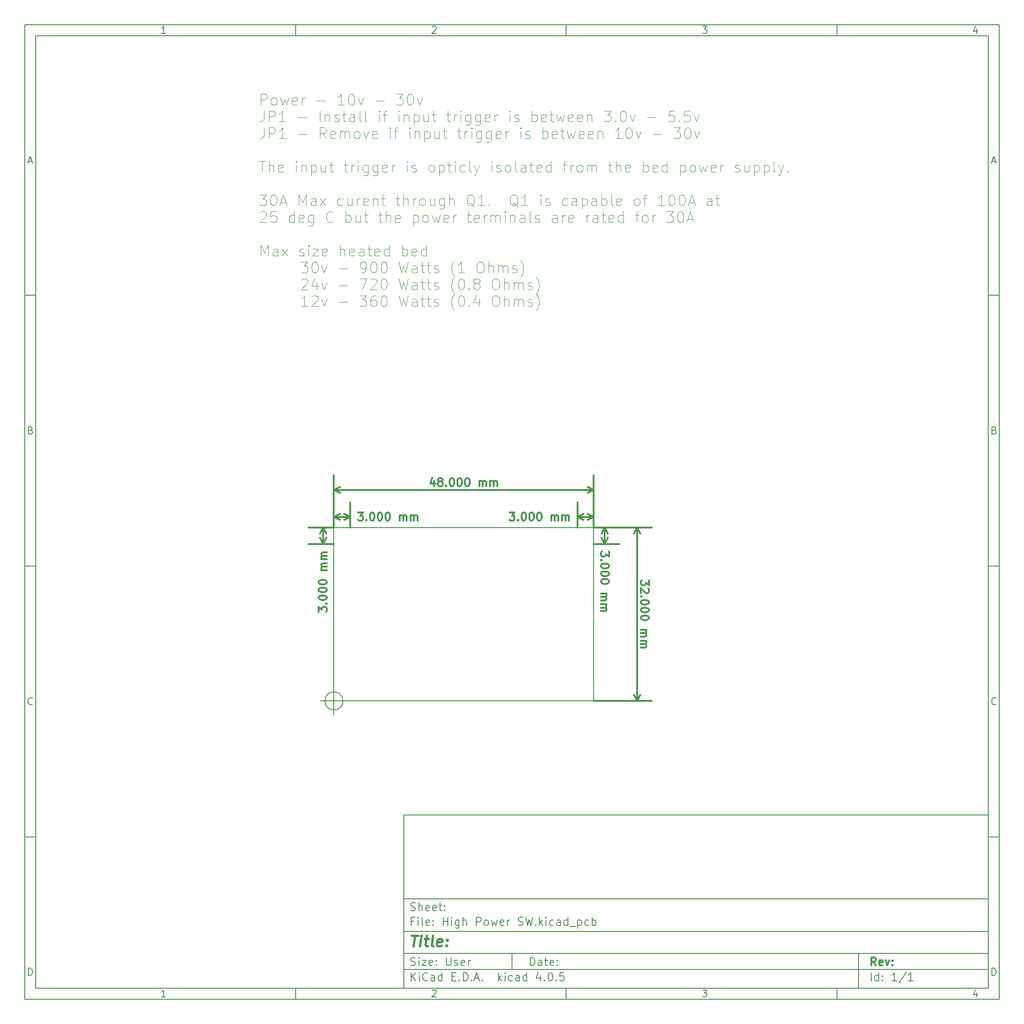
<source format=gbr>
G04 #@! TF.FileFunction,Drawing*
%FSLAX46Y46*%
G04 Gerber Fmt 4.6, Leading zero omitted, Abs format (unit mm)*
G04 Created by KiCad (PCBNEW 4.0.5) date 02/14/17 19:24:55*
%MOMM*%
%LPD*%
G01*
G04 APERTURE LIST*
%ADD10C,0.100000*%
%ADD11C,0.150000*%
%ADD12C,0.300000*%
%ADD13C,0.400000*%
G04 APERTURE END LIST*
D10*
D11*
X79999600Y-155999600D02*
X79999600Y-187999600D01*
X187999600Y-187999600D01*
X187999600Y-155999600D01*
X79999600Y-155999600D01*
D10*
D11*
X10000000Y-10000000D02*
X10000000Y-189999600D01*
X189999600Y-189999600D01*
X189999600Y-10000000D01*
X10000000Y-10000000D01*
D10*
D11*
X12000000Y-12000000D02*
X12000000Y-187999600D01*
X187999600Y-187999600D01*
X187999600Y-12000000D01*
X12000000Y-12000000D01*
D10*
D11*
X60000000Y-12000000D02*
X60000000Y-10000000D01*
D10*
D11*
X110000000Y-12000000D02*
X110000000Y-10000000D01*
D10*
D11*
X160000000Y-12000000D02*
X160000000Y-10000000D01*
D10*
D11*
X35990476Y-11588095D02*
X35247619Y-11588095D01*
X35619048Y-11588095D02*
X35619048Y-10288095D01*
X35495238Y-10473810D01*
X35371429Y-10597619D01*
X35247619Y-10659524D01*
D10*
D11*
X85247619Y-10411905D02*
X85309524Y-10350000D01*
X85433333Y-10288095D01*
X85742857Y-10288095D01*
X85866667Y-10350000D01*
X85928571Y-10411905D01*
X85990476Y-10535714D01*
X85990476Y-10659524D01*
X85928571Y-10845238D01*
X85185714Y-11588095D01*
X85990476Y-11588095D01*
D10*
D11*
X135185714Y-10288095D02*
X135990476Y-10288095D01*
X135557143Y-10783333D01*
X135742857Y-10783333D01*
X135866667Y-10845238D01*
X135928571Y-10907143D01*
X135990476Y-11030952D01*
X135990476Y-11340476D01*
X135928571Y-11464286D01*
X135866667Y-11526190D01*
X135742857Y-11588095D01*
X135371429Y-11588095D01*
X135247619Y-11526190D01*
X135185714Y-11464286D01*
D10*
D11*
X185866667Y-10721429D02*
X185866667Y-11588095D01*
X185557143Y-10226190D02*
X185247619Y-11154762D01*
X186052381Y-11154762D01*
D10*
D11*
X60000000Y-187999600D02*
X60000000Y-189999600D01*
D10*
D11*
X110000000Y-187999600D02*
X110000000Y-189999600D01*
D10*
D11*
X160000000Y-187999600D02*
X160000000Y-189999600D01*
D10*
D11*
X35990476Y-189587695D02*
X35247619Y-189587695D01*
X35619048Y-189587695D02*
X35619048Y-188287695D01*
X35495238Y-188473410D01*
X35371429Y-188597219D01*
X35247619Y-188659124D01*
D10*
D11*
X85247619Y-188411505D02*
X85309524Y-188349600D01*
X85433333Y-188287695D01*
X85742857Y-188287695D01*
X85866667Y-188349600D01*
X85928571Y-188411505D01*
X85990476Y-188535314D01*
X85990476Y-188659124D01*
X85928571Y-188844838D01*
X85185714Y-189587695D01*
X85990476Y-189587695D01*
D10*
D11*
X135185714Y-188287695D02*
X135990476Y-188287695D01*
X135557143Y-188782933D01*
X135742857Y-188782933D01*
X135866667Y-188844838D01*
X135928571Y-188906743D01*
X135990476Y-189030552D01*
X135990476Y-189340076D01*
X135928571Y-189463886D01*
X135866667Y-189525790D01*
X135742857Y-189587695D01*
X135371429Y-189587695D01*
X135247619Y-189525790D01*
X135185714Y-189463886D01*
D10*
D11*
X185866667Y-188721029D02*
X185866667Y-189587695D01*
X185557143Y-188225790D02*
X185247619Y-189154362D01*
X186052381Y-189154362D01*
D10*
D11*
X10000000Y-60000000D02*
X12000000Y-60000000D01*
D10*
D11*
X10000000Y-110000000D02*
X12000000Y-110000000D01*
D10*
D11*
X10000000Y-160000000D02*
X12000000Y-160000000D01*
D10*
D11*
X10690476Y-35216667D02*
X11309524Y-35216667D01*
X10566667Y-35588095D02*
X11000000Y-34288095D01*
X11433333Y-35588095D01*
D10*
D11*
X11092857Y-84907143D02*
X11278571Y-84969048D01*
X11340476Y-85030952D01*
X11402381Y-85154762D01*
X11402381Y-85340476D01*
X11340476Y-85464286D01*
X11278571Y-85526190D01*
X11154762Y-85588095D01*
X10659524Y-85588095D01*
X10659524Y-84288095D01*
X11092857Y-84288095D01*
X11216667Y-84350000D01*
X11278571Y-84411905D01*
X11340476Y-84535714D01*
X11340476Y-84659524D01*
X11278571Y-84783333D01*
X11216667Y-84845238D01*
X11092857Y-84907143D01*
X10659524Y-84907143D01*
D10*
D11*
X11402381Y-135464286D02*
X11340476Y-135526190D01*
X11154762Y-135588095D01*
X11030952Y-135588095D01*
X10845238Y-135526190D01*
X10721429Y-135402381D01*
X10659524Y-135278571D01*
X10597619Y-135030952D01*
X10597619Y-134845238D01*
X10659524Y-134597619D01*
X10721429Y-134473810D01*
X10845238Y-134350000D01*
X11030952Y-134288095D01*
X11154762Y-134288095D01*
X11340476Y-134350000D01*
X11402381Y-134411905D01*
D10*
D11*
X10659524Y-185588095D02*
X10659524Y-184288095D01*
X10969048Y-184288095D01*
X11154762Y-184350000D01*
X11278571Y-184473810D01*
X11340476Y-184597619D01*
X11402381Y-184845238D01*
X11402381Y-185030952D01*
X11340476Y-185278571D01*
X11278571Y-185402381D01*
X11154762Y-185526190D01*
X10969048Y-185588095D01*
X10659524Y-185588095D01*
D10*
D11*
X189999600Y-60000000D02*
X187999600Y-60000000D01*
D10*
D11*
X189999600Y-110000000D02*
X187999600Y-110000000D01*
D10*
D11*
X189999600Y-160000000D02*
X187999600Y-160000000D01*
D10*
D11*
X188690076Y-35216667D02*
X189309124Y-35216667D01*
X188566267Y-35588095D02*
X188999600Y-34288095D01*
X189432933Y-35588095D01*
D10*
D11*
X189092457Y-84907143D02*
X189278171Y-84969048D01*
X189340076Y-85030952D01*
X189401981Y-85154762D01*
X189401981Y-85340476D01*
X189340076Y-85464286D01*
X189278171Y-85526190D01*
X189154362Y-85588095D01*
X188659124Y-85588095D01*
X188659124Y-84288095D01*
X189092457Y-84288095D01*
X189216267Y-84350000D01*
X189278171Y-84411905D01*
X189340076Y-84535714D01*
X189340076Y-84659524D01*
X189278171Y-84783333D01*
X189216267Y-84845238D01*
X189092457Y-84907143D01*
X188659124Y-84907143D01*
D10*
D11*
X189401981Y-135464286D02*
X189340076Y-135526190D01*
X189154362Y-135588095D01*
X189030552Y-135588095D01*
X188844838Y-135526190D01*
X188721029Y-135402381D01*
X188659124Y-135278571D01*
X188597219Y-135030952D01*
X188597219Y-134845238D01*
X188659124Y-134597619D01*
X188721029Y-134473810D01*
X188844838Y-134350000D01*
X189030552Y-134288095D01*
X189154362Y-134288095D01*
X189340076Y-134350000D01*
X189401981Y-134411905D01*
D10*
D11*
X188659124Y-185588095D02*
X188659124Y-184288095D01*
X188968648Y-184288095D01*
X189154362Y-184350000D01*
X189278171Y-184473810D01*
X189340076Y-184597619D01*
X189401981Y-184845238D01*
X189401981Y-185030952D01*
X189340076Y-185278571D01*
X189278171Y-185402381D01*
X189154362Y-185526190D01*
X188968648Y-185588095D01*
X188659124Y-185588095D01*
D10*
D11*
X103356743Y-183778171D02*
X103356743Y-182278171D01*
X103713886Y-182278171D01*
X103928171Y-182349600D01*
X104071029Y-182492457D01*
X104142457Y-182635314D01*
X104213886Y-182921029D01*
X104213886Y-183135314D01*
X104142457Y-183421029D01*
X104071029Y-183563886D01*
X103928171Y-183706743D01*
X103713886Y-183778171D01*
X103356743Y-183778171D01*
X105499600Y-183778171D02*
X105499600Y-182992457D01*
X105428171Y-182849600D01*
X105285314Y-182778171D01*
X104999600Y-182778171D01*
X104856743Y-182849600D01*
X105499600Y-183706743D02*
X105356743Y-183778171D01*
X104999600Y-183778171D01*
X104856743Y-183706743D01*
X104785314Y-183563886D01*
X104785314Y-183421029D01*
X104856743Y-183278171D01*
X104999600Y-183206743D01*
X105356743Y-183206743D01*
X105499600Y-183135314D01*
X105999600Y-182778171D02*
X106571029Y-182778171D01*
X106213886Y-182278171D02*
X106213886Y-183563886D01*
X106285314Y-183706743D01*
X106428172Y-183778171D01*
X106571029Y-183778171D01*
X107642457Y-183706743D02*
X107499600Y-183778171D01*
X107213886Y-183778171D01*
X107071029Y-183706743D01*
X106999600Y-183563886D01*
X106999600Y-182992457D01*
X107071029Y-182849600D01*
X107213886Y-182778171D01*
X107499600Y-182778171D01*
X107642457Y-182849600D01*
X107713886Y-182992457D01*
X107713886Y-183135314D01*
X106999600Y-183278171D01*
X108356743Y-183635314D02*
X108428171Y-183706743D01*
X108356743Y-183778171D01*
X108285314Y-183706743D01*
X108356743Y-183635314D01*
X108356743Y-183778171D01*
X108356743Y-182849600D02*
X108428171Y-182921029D01*
X108356743Y-182992457D01*
X108285314Y-182921029D01*
X108356743Y-182849600D01*
X108356743Y-182992457D01*
D10*
D11*
X79999600Y-184499600D02*
X187999600Y-184499600D01*
D10*
D11*
X81356743Y-186578171D02*
X81356743Y-185078171D01*
X82213886Y-186578171D02*
X81571029Y-185721029D01*
X82213886Y-185078171D02*
X81356743Y-185935314D01*
X82856743Y-186578171D02*
X82856743Y-185578171D01*
X82856743Y-185078171D02*
X82785314Y-185149600D01*
X82856743Y-185221029D01*
X82928171Y-185149600D01*
X82856743Y-185078171D01*
X82856743Y-185221029D01*
X84428172Y-186435314D02*
X84356743Y-186506743D01*
X84142457Y-186578171D01*
X83999600Y-186578171D01*
X83785315Y-186506743D01*
X83642457Y-186363886D01*
X83571029Y-186221029D01*
X83499600Y-185935314D01*
X83499600Y-185721029D01*
X83571029Y-185435314D01*
X83642457Y-185292457D01*
X83785315Y-185149600D01*
X83999600Y-185078171D01*
X84142457Y-185078171D01*
X84356743Y-185149600D01*
X84428172Y-185221029D01*
X85713886Y-186578171D02*
X85713886Y-185792457D01*
X85642457Y-185649600D01*
X85499600Y-185578171D01*
X85213886Y-185578171D01*
X85071029Y-185649600D01*
X85713886Y-186506743D02*
X85571029Y-186578171D01*
X85213886Y-186578171D01*
X85071029Y-186506743D01*
X84999600Y-186363886D01*
X84999600Y-186221029D01*
X85071029Y-186078171D01*
X85213886Y-186006743D01*
X85571029Y-186006743D01*
X85713886Y-185935314D01*
X87071029Y-186578171D02*
X87071029Y-185078171D01*
X87071029Y-186506743D02*
X86928172Y-186578171D01*
X86642458Y-186578171D01*
X86499600Y-186506743D01*
X86428172Y-186435314D01*
X86356743Y-186292457D01*
X86356743Y-185863886D01*
X86428172Y-185721029D01*
X86499600Y-185649600D01*
X86642458Y-185578171D01*
X86928172Y-185578171D01*
X87071029Y-185649600D01*
X88928172Y-185792457D02*
X89428172Y-185792457D01*
X89642458Y-186578171D02*
X88928172Y-186578171D01*
X88928172Y-185078171D01*
X89642458Y-185078171D01*
X90285315Y-186435314D02*
X90356743Y-186506743D01*
X90285315Y-186578171D01*
X90213886Y-186506743D01*
X90285315Y-186435314D01*
X90285315Y-186578171D01*
X90999601Y-186578171D02*
X90999601Y-185078171D01*
X91356744Y-185078171D01*
X91571029Y-185149600D01*
X91713887Y-185292457D01*
X91785315Y-185435314D01*
X91856744Y-185721029D01*
X91856744Y-185935314D01*
X91785315Y-186221029D01*
X91713887Y-186363886D01*
X91571029Y-186506743D01*
X91356744Y-186578171D01*
X90999601Y-186578171D01*
X92499601Y-186435314D02*
X92571029Y-186506743D01*
X92499601Y-186578171D01*
X92428172Y-186506743D01*
X92499601Y-186435314D01*
X92499601Y-186578171D01*
X93142458Y-186149600D02*
X93856744Y-186149600D01*
X92999601Y-186578171D02*
X93499601Y-185078171D01*
X93999601Y-186578171D01*
X94499601Y-186435314D02*
X94571029Y-186506743D01*
X94499601Y-186578171D01*
X94428172Y-186506743D01*
X94499601Y-186435314D01*
X94499601Y-186578171D01*
X97499601Y-186578171D02*
X97499601Y-185078171D01*
X97642458Y-186006743D02*
X98071029Y-186578171D01*
X98071029Y-185578171D02*
X97499601Y-186149600D01*
X98713887Y-186578171D02*
X98713887Y-185578171D01*
X98713887Y-185078171D02*
X98642458Y-185149600D01*
X98713887Y-185221029D01*
X98785315Y-185149600D01*
X98713887Y-185078171D01*
X98713887Y-185221029D01*
X100071030Y-186506743D02*
X99928173Y-186578171D01*
X99642459Y-186578171D01*
X99499601Y-186506743D01*
X99428173Y-186435314D01*
X99356744Y-186292457D01*
X99356744Y-185863886D01*
X99428173Y-185721029D01*
X99499601Y-185649600D01*
X99642459Y-185578171D01*
X99928173Y-185578171D01*
X100071030Y-185649600D01*
X101356744Y-186578171D02*
X101356744Y-185792457D01*
X101285315Y-185649600D01*
X101142458Y-185578171D01*
X100856744Y-185578171D01*
X100713887Y-185649600D01*
X101356744Y-186506743D02*
X101213887Y-186578171D01*
X100856744Y-186578171D01*
X100713887Y-186506743D01*
X100642458Y-186363886D01*
X100642458Y-186221029D01*
X100713887Y-186078171D01*
X100856744Y-186006743D01*
X101213887Y-186006743D01*
X101356744Y-185935314D01*
X102713887Y-186578171D02*
X102713887Y-185078171D01*
X102713887Y-186506743D02*
X102571030Y-186578171D01*
X102285316Y-186578171D01*
X102142458Y-186506743D01*
X102071030Y-186435314D01*
X101999601Y-186292457D01*
X101999601Y-185863886D01*
X102071030Y-185721029D01*
X102142458Y-185649600D01*
X102285316Y-185578171D01*
X102571030Y-185578171D01*
X102713887Y-185649600D01*
X105213887Y-185578171D02*
X105213887Y-186578171D01*
X104856744Y-185006743D02*
X104499601Y-186078171D01*
X105428173Y-186078171D01*
X105999601Y-186435314D02*
X106071029Y-186506743D01*
X105999601Y-186578171D01*
X105928172Y-186506743D01*
X105999601Y-186435314D01*
X105999601Y-186578171D01*
X106999601Y-185078171D02*
X107142458Y-185078171D01*
X107285315Y-185149600D01*
X107356744Y-185221029D01*
X107428173Y-185363886D01*
X107499601Y-185649600D01*
X107499601Y-186006743D01*
X107428173Y-186292457D01*
X107356744Y-186435314D01*
X107285315Y-186506743D01*
X107142458Y-186578171D01*
X106999601Y-186578171D01*
X106856744Y-186506743D01*
X106785315Y-186435314D01*
X106713887Y-186292457D01*
X106642458Y-186006743D01*
X106642458Y-185649600D01*
X106713887Y-185363886D01*
X106785315Y-185221029D01*
X106856744Y-185149600D01*
X106999601Y-185078171D01*
X108142458Y-186435314D02*
X108213886Y-186506743D01*
X108142458Y-186578171D01*
X108071029Y-186506743D01*
X108142458Y-186435314D01*
X108142458Y-186578171D01*
X109571030Y-185078171D02*
X108856744Y-185078171D01*
X108785315Y-185792457D01*
X108856744Y-185721029D01*
X108999601Y-185649600D01*
X109356744Y-185649600D01*
X109499601Y-185721029D01*
X109571030Y-185792457D01*
X109642458Y-185935314D01*
X109642458Y-186292457D01*
X109571030Y-186435314D01*
X109499601Y-186506743D01*
X109356744Y-186578171D01*
X108999601Y-186578171D01*
X108856744Y-186506743D01*
X108785315Y-186435314D01*
D10*
D11*
X79999600Y-181499600D02*
X187999600Y-181499600D01*
D10*
D12*
X167213886Y-183778171D02*
X166713886Y-183063886D01*
X166356743Y-183778171D02*
X166356743Y-182278171D01*
X166928171Y-182278171D01*
X167071029Y-182349600D01*
X167142457Y-182421029D01*
X167213886Y-182563886D01*
X167213886Y-182778171D01*
X167142457Y-182921029D01*
X167071029Y-182992457D01*
X166928171Y-183063886D01*
X166356743Y-183063886D01*
X168428171Y-183706743D02*
X168285314Y-183778171D01*
X167999600Y-183778171D01*
X167856743Y-183706743D01*
X167785314Y-183563886D01*
X167785314Y-182992457D01*
X167856743Y-182849600D01*
X167999600Y-182778171D01*
X168285314Y-182778171D01*
X168428171Y-182849600D01*
X168499600Y-182992457D01*
X168499600Y-183135314D01*
X167785314Y-183278171D01*
X168999600Y-182778171D02*
X169356743Y-183778171D01*
X169713885Y-182778171D01*
X170285314Y-183635314D02*
X170356742Y-183706743D01*
X170285314Y-183778171D01*
X170213885Y-183706743D01*
X170285314Y-183635314D01*
X170285314Y-183778171D01*
X170285314Y-182849600D02*
X170356742Y-182921029D01*
X170285314Y-182992457D01*
X170213885Y-182921029D01*
X170285314Y-182849600D01*
X170285314Y-182992457D01*
D10*
D11*
X81285314Y-183706743D02*
X81499600Y-183778171D01*
X81856743Y-183778171D01*
X81999600Y-183706743D01*
X82071029Y-183635314D01*
X82142457Y-183492457D01*
X82142457Y-183349600D01*
X82071029Y-183206743D01*
X81999600Y-183135314D01*
X81856743Y-183063886D01*
X81571029Y-182992457D01*
X81428171Y-182921029D01*
X81356743Y-182849600D01*
X81285314Y-182706743D01*
X81285314Y-182563886D01*
X81356743Y-182421029D01*
X81428171Y-182349600D01*
X81571029Y-182278171D01*
X81928171Y-182278171D01*
X82142457Y-182349600D01*
X82785314Y-183778171D02*
X82785314Y-182778171D01*
X82785314Y-182278171D02*
X82713885Y-182349600D01*
X82785314Y-182421029D01*
X82856742Y-182349600D01*
X82785314Y-182278171D01*
X82785314Y-182421029D01*
X83356743Y-182778171D02*
X84142457Y-182778171D01*
X83356743Y-183778171D01*
X84142457Y-183778171D01*
X85285314Y-183706743D02*
X85142457Y-183778171D01*
X84856743Y-183778171D01*
X84713886Y-183706743D01*
X84642457Y-183563886D01*
X84642457Y-182992457D01*
X84713886Y-182849600D01*
X84856743Y-182778171D01*
X85142457Y-182778171D01*
X85285314Y-182849600D01*
X85356743Y-182992457D01*
X85356743Y-183135314D01*
X84642457Y-183278171D01*
X85999600Y-183635314D02*
X86071028Y-183706743D01*
X85999600Y-183778171D01*
X85928171Y-183706743D01*
X85999600Y-183635314D01*
X85999600Y-183778171D01*
X85999600Y-182849600D02*
X86071028Y-182921029D01*
X85999600Y-182992457D01*
X85928171Y-182921029D01*
X85999600Y-182849600D01*
X85999600Y-182992457D01*
X87856743Y-182278171D02*
X87856743Y-183492457D01*
X87928171Y-183635314D01*
X87999600Y-183706743D01*
X88142457Y-183778171D01*
X88428171Y-183778171D01*
X88571029Y-183706743D01*
X88642457Y-183635314D01*
X88713886Y-183492457D01*
X88713886Y-182278171D01*
X89356743Y-183706743D02*
X89499600Y-183778171D01*
X89785315Y-183778171D01*
X89928172Y-183706743D01*
X89999600Y-183563886D01*
X89999600Y-183492457D01*
X89928172Y-183349600D01*
X89785315Y-183278171D01*
X89571029Y-183278171D01*
X89428172Y-183206743D01*
X89356743Y-183063886D01*
X89356743Y-182992457D01*
X89428172Y-182849600D01*
X89571029Y-182778171D01*
X89785315Y-182778171D01*
X89928172Y-182849600D01*
X91213886Y-183706743D02*
X91071029Y-183778171D01*
X90785315Y-183778171D01*
X90642458Y-183706743D01*
X90571029Y-183563886D01*
X90571029Y-182992457D01*
X90642458Y-182849600D01*
X90785315Y-182778171D01*
X91071029Y-182778171D01*
X91213886Y-182849600D01*
X91285315Y-182992457D01*
X91285315Y-183135314D01*
X90571029Y-183278171D01*
X91928172Y-183778171D02*
X91928172Y-182778171D01*
X91928172Y-183063886D02*
X91999600Y-182921029D01*
X92071029Y-182849600D01*
X92213886Y-182778171D01*
X92356743Y-182778171D01*
D10*
D11*
X166356743Y-186578171D02*
X166356743Y-185078171D01*
X167713886Y-186578171D02*
X167713886Y-185078171D01*
X167713886Y-186506743D02*
X167571029Y-186578171D01*
X167285315Y-186578171D01*
X167142457Y-186506743D01*
X167071029Y-186435314D01*
X166999600Y-186292457D01*
X166999600Y-185863886D01*
X167071029Y-185721029D01*
X167142457Y-185649600D01*
X167285315Y-185578171D01*
X167571029Y-185578171D01*
X167713886Y-185649600D01*
X168428172Y-186435314D02*
X168499600Y-186506743D01*
X168428172Y-186578171D01*
X168356743Y-186506743D01*
X168428172Y-186435314D01*
X168428172Y-186578171D01*
X168428172Y-185649600D02*
X168499600Y-185721029D01*
X168428172Y-185792457D01*
X168356743Y-185721029D01*
X168428172Y-185649600D01*
X168428172Y-185792457D01*
X171071029Y-186578171D02*
X170213886Y-186578171D01*
X170642458Y-186578171D02*
X170642458Y-185078171D01*
X170499601Y-185292457D01*
X170356743Y-185435314D01*
X170213886Y-185506743D01*
X172785314Y-185006743D02*
X171499600Y-186935314D01*
X174071029Y-186578171D02*
X173213886Y-186578171D01*
X173642458Y-186578171D02*
X173642458Y-185078171D01*
X173499601Y-185292457D01*
X173356743Y-185435314D01*
X173213886Y-185506743D01*
D10*
D11*
X79999600Y-177499600D02*
X187999600Y-177499600D01*
D10*
D13*
X81451981Y-178204362D02*
X82594838Y-178204362D01*
X81773410Y-180204362D02*
X82023410Y-178204362D01*
X83011505Y-180204362D02*
X83178171Y-178871029D01*
X83261505Y-178204362D02*
X83154362Y-178299600D01*
X83237695Y-178394838D01*
X83344839Y-178299600D01*
X83261505Y-178204362D01*
X83237695Y-178394838D01*
X83844838Y-178871029D02*
X84606743Y-178871029D01*
X84213886Y-178204362D02*
X83999600Y-179918648D01*
X84071030Y-180109124D01*
X84249601Y-180204362D01*
X84440077Y-180204362D01*
X85392458Y-180204362D02*
X85213887Y-180109124D01*
X85142457Y-179918648D01*
X85356743Y-178204362D01*
X86928172Y-180109124D02*
X86725791Y-180204362D01*
X86344839Y-180204362D01*
X86166267Y-180109124D01*
X86094838Y-179918648D01*
X86190076Y-179156743D01*
X86309124Y-178966267D01*
X86511505Y-178871029D01*
X86892457Y-178871029D01*
X87071029Y-178966267D01*
X87142457Y-179156743D01*
X87118648Y-179347219D01*
X86142457Y-179537695D01*
X87892457Y-180013886D02*
X87975792Y-180109124D01*
X87868648Y-180204362D01*
X87785315Y-180109124D01*
X87892457Y-180013886D01*
X87868648Y-180204362D01*
X88023410Y-178966267D02*
X88106744Y-179061505D01*
X87999600Y-179156743D01*
X87916267Y-179061505D01*
X88023410Y-178966267D01*
X87999600Y-179156743D01*
D10*
D11*
X81856743Y-175592457D02*
X81356743Y-175592457D01*
X81356743Y-176378171D02*
X81356743Y-174878171D01*
X82071029Y-174878171D01*
X82642457Y-176378171D02*
X82642457Y-175378171D01*
X82642457Y-174878171D02*
X82571028Y-174949600D01*
X82642457Y-175021029D01*
X82713885Y-174949600D01*
X82642457Y-174878171D01*
X82642457Y-175021029D01*
X83571029Y-176378171D02*
X83428171Y-176306743D01*
X83356743Y-176163886D01*
X83356743Y-174878171D01*
X84713885Y-176306743D02*
X84571028Y-176378171D01*
X84285314Y-176378171D01*
X84142457Y-176306743D01*
X84071028Y-176163886D01*
X84071028Y-175592457D01*
X84142457Y-175449600D01*
X84285314Y-175378171D01*
X84571028Y-175378171D01*
X84713885Y-175449600D01*
X84785314Y-175592457D01*
X84785314Y-175735314D01*
X84071028Y-175878171D01*
X85428171Y-176235314D02*
X85499599Y-176306743D01*
X85428171Y-176378171D01*
X85356742Y-176306743D01*
X85428171Y-176235314D01*
X85428171Y-176378171D01*
X85428171Y-175449600D02*
X85499599Y-175521029D01*
X85428171Y-175592457D01*
X85356742Y-175521029D01*
X85428171Y-175449600D01*
X85428171Y-175592457D01*
X87285314Y-176378171D02*
X87285314Y-174878171D01*
X87285314Y-175592457D02*
X88142457Y-175592457D01*
X88142457Y-176378171D02*
X88142457Y-174878171D01*
X88856743Y-176378171D02*
X88856743Y-175378171D01*
X88856743Y-174878171D02*
X88785314Y-174949600D01*
X88856743Y-175021029D01*
X88928171Y-174949600D01*
X88856743Y-174878171D01*
X88856743Y-175021029D01*
X90213886Y-175378171D02*
X90213886Y-176592457D01*
X90142457Y-176735314D01*
X90071029Y-176806743D01*
X89928172Y-176878171D01*
X89713886Y-176878171D01*
X89571029Y-176806743D01*
X90213886Y-176306743D02*
X90071029Y-176378171D01*
X89785315Y-176378171D01*
X89642457Y-176306743D01*
X89571029Y-176235314D01*
X89499600Y-176092457D01*
X89499600Y-175663886D01*
X89571029Y-175521029D01*
X89642457Y-175449600D01*
X89785315Y-175378171D01*
X90071029Y-175378171D01*
X90213886Y-175449600D01*
X90928172Y-176378171D02*
X90928172Y-174878171D01*
X91571029Y-176378171D02*
X91571029Y-175592457D01*
X91499600Y-175449600D01*
X91356743Y-175378171D01*
X91142458Y-175378171D01*
X90999600Y-175449600D01*
X90928172Y-175521029D01*
X93428172Y-176378171D02*
X93428172Y-174878171D01*
X93999600Y-174878171D01*
X94142458Y-174949600D01*
X94213886Y-175021029D01*
X94285315Y-175163886D01*
X94285315Y-175378171D01*
X94213886Y-175521029D01*
X94142458Y-175592457D01*
X93999600Y-175663886D01*
X93428172Y-175663886D01*
X95142458Y-176378171D02*
X94999600Y-176306743D01*
X94928172Y-176235314D01*
X94856743Y-176092457D01*
X94856743Y-175663886D01*
X94928172Y-175521029D01*
X94999600Y-175449600D01*
X95142458Y-175378171D01*
X95356743Y-175378171D01*
X95499600Y-175449600D01*
X95571029Y-175521029D01*
X95642458Y-175663886D01*
X95642458Y-176092457D01*
X95571029Y-176235314D01*
X95499600Y-176306743D01*
X95356743Y-176378171D01*
X95142458Y-176378171D01*
X96142458Y-175378171D02*
X96428172Y-176378171D01*
X96713886Y-175663886D01*
X96999601Y-176378171D01*
X97285315Y-175378171D01*
X98428172Y-176306743D02*
X98285315Y-176378171D01*
X97999601Y-176378171D01*
X97856744Y-176306743D01*
X97785315Y-176163886D01*
X97785315Y-175592457D01*
X97856744Y-175449600D01*
X97999601Y-175378171D01*
X98285315Y-175378171D01*
X98428172Y-175449600D01*
X98499601Y-175592457D01*
X98499601Y-175735314D01*
X97785315Y-175878171D01*
X99142458Y-176378171D02*
X99142458Y-175378171D01*
X99142458Y-175663886D02*
X99213886Y-175521029D01*
X99285315Y-175449600D01*
X99428172Y-175378171D01*
X99571029Y-175378171D01*
X101142457Y-176306743D02*
X101356743Y-176378171D01*
X101713886Y-176378171D01*
X101856743Y-176306743D01*
X101928172Y-176235314D01*
X101999600Y-176092457D01*
X101999600Y-175949600D01*
X101928172Y-175806743D01*
X101856743Y-175735314D01*
X101713886Y-175663886D01*
X101428172Y-175592457D01*
X101285314Y-175521029D01*
X101213886Y-175449600D01*
X101142457Y-175306743D01*
X101142457Y-175163886D01*
X101213886Y-175021029D01*
X101285314Y-174949600D01*
X101428172Y-174878171D01*
X101785314Y-174878171D01*
X101999600Y-174949600D01*
X102499600Y-174878171D02*
X102856743Y-176378171D01*
X103142457Y-175306743D01*
X103428171Y-176378171D01*
X103785314Y-174878171D01*
X104356743Y-176235314D02*
X104428171Y-176306743D01*
X104356743Y-176378171D01*
X104285314Y-176306743D01*
X104356743Y-176235314D01*
X104356743Y-176378171D01*
X105071029Y-176378171D02*
X105071029Y-174878171D01*
X105213886Y-175806743D02*
X105642457Y-176378171D01*
X105642457Y-175378171D02*
X105071029Y-175949600D01*
X106285315Y-176378171D02*
X106285315Y-175378171D01*
X106285315Y-174878171D02*
X106213886Y-174949600D01*
X106285315Y-175021029D01*
X106356743Y-174949600D01*
X106285315Y-174878171D01*
X106285315Y-175021029D01*
X107642458Y-176306743D02*
X107499601Y-176378171D01*
X107213887Y-176378171D01*
X107071029Y-176306743D01*
X106999601Y-176235314D01*
X106928172Y-176092457D01*
X106928172Y-175663886D01*
X106999601Y-175521029D01*
X107071029Y-175449600D01*
X107213887Y-175378171D01*
X107499601Y-175378171D01*
X107642458Y-175449600D01*
X108928172Y-176378171D02*
X108928172Y-175592457D01*
X108856743Y-175449600D01*
X108713886Y-175378171D01*
X108428172Y-175378171D01*
X108285315Y-175449600D01*
X108928172Y-176306743D02*
X108785315Y-176378171D01*
X108428172Y-176378171D01*
X108285315Y-176306743D01*
X108213886Y-176163886D01*
X108213886Y-176021029D01*
X108285315Y-175878171D01*
X108428172Y-175806743D01*
X108785315Y-175806743D01*
X108928172Y-175735314D01*
X110285315Y-176378171D02*
X110285315Y-174878171D01*
X110285315Y-176306743D02*
X110142458Y-176378171D01*
X109856744Y-176378171D01*
X109713886Y-176306743D01*
X109642458Y-176235314D01*
X109571029Y-176092457D01*
X109571029Y-175663886D01*
X109642458Y-175521029D01*
X109713886Y-175449600D01*
X109856744Y-175378171D01*
X110142458Y-175378171D01*
X110285315Y-175449600D01*
X110642458Y-176521029D02*
X111785315Y-176521029D01*
X112142458Y-175378171D02*
X112142458Y-176878171D01*
X112142458Y-175449600D02*
X112285315Y-175378171D01*
X112571029Y-175378171D01*
X112713886Y-175449600D01*
X112785315Y-175521029D01*
X112856744Y-175663886D01*
X112856744Y-176092457D01*
X112785315Y-176235314D01*
X112713886Y-176306743D01*
X112571029Y-176378171D01*
X112285315Y-176378171D01*
X112142458Y-176306743D01*
X114142458Y-176306743D02*
X113999601Y-176378171D01*
X113713887Y-176378171D01*
X113571029Y-176306743D01*
X113499601Y-176235314D01*
X113428172Y-176092457D01*
X113428172Y-175663886D01*
X113499601Y-175521029D01*
X113571029Y-175449600D01*
X113713887Y-175378171D01*
X113999601Y-175378171D01*
X114142458Y-175449600D01*
X114785315Y-176378171D02*
X114785315Y-174878171D01*
X114785315Y-175449600D02*
X114928172Y-175378171D01*
X115213886Y-175378171D01*
X115356743Y-175449600D01*
X115428172Y-175521029D01*
X115499601Y-175663886D01*
X115499601Y-176092457D01*
X115428172Y-176235314D01*
X115356743Y-176306743D01*
X115213886Y-176378171D01*
X114928172Y-176378171D01*
X114785315Y-176306743D01*
D10*
D11*
X79999600Y-171499600D02*
X187999600Y-171499600D01*
D10*
D11*
X81285314Y-173606743D02*
X81499600Y-173678171D01*
X81856743Y-173678171D01*
X81999600Y-173606743D01*
X82071029Y-173535314D01*
X82142457Y-173392457D01*
X82142457Y-173249600D01*
X82071029Y-173106743D01*
X81999600Y-173035314D01*
X81856743Y-172963886D01*
X81571029Y-172892457D01*
X81428171Y-172821029D01*
X81356743Y-172749600D01*
X81285314Y-172606743D01*
X81285314Y-172463886D01*
X81356743Y-172321029D01*
X81428171Y-172249600D01*
X81571029Y-172178171D01*
X81928171Y-172178171D01*
X82142457Y-172249600D01*
X82785314Y-173678171D02*
X82785314Y-172178171D01*
X83428171Y-173678171D02*
X83428171Y-172892457D01*
X83356742Y-172749600D01*
X83213885Y-172678171D01*
X82999600Y-172678171D01*
X82856742Y-172749600D01*
X82785314Y-172821029D01*
X84713885Y-173606743D02*
X84571028Y-173678171D01*
X84285314Y-173678171D01*
X84142457Y-173606743D01*
X84071028Y-173463886D01*
X84071028Y-172892457D01*
X84142457Y-172749600D01*
X84285314Y-172678171D01*
X84571028Y-172678171D01*
X84713885Y-172749600D01*
X84785314Y-172892457D01*
X84785314Y-173035314D01*
X84071028Y-173178171D01*
X85999599Y-173606743D02*
X85856742Y-173678171D01*
X85571028Y-173678171D01*
X85428171Y-173606743D01*
X85356742Y-173463886D01*
X85356742Y-172892457D01*
X85428171Y-172749600D01*
X85571028Y-172678171D01*
X85856742Y-172678171D01*
X85999599Y-172749600D01*
X86071028Y-172892457D01*
X86071028Y-173035314D01*
X85356742Y-173178171D01*
X86499599Y-172678171D02*
X87071028Y-172678171D01*
X86713885Y-172178171D02*
X86713885Y-173463886D01*
X86785313Y-173606743D01*
X86928171Y-173678171D01*
X87071028Y-173678171D01*
X87571028Y-173535314D02*
X87642456Y-173606743D01*
X87571028Y-173678171D01*
X87499599Y-173606743D01*
X87571028Y-173535314D01*
X87571028Y-173678171D01*
X87571028Y-172749600D02*
X87642456Y-172821029D01*
X87571028Y-172892457D01*
X87499599Y-172821029D01*
X87571028Y-172749600D01*
X87571028Y-172892457D01*
D10*
D11*
X99999600Y-181499600D02*
X99999600Y-184499600D01*
D10*
D11*
X163999600Y-181499600D02*
X163999600Y-187999600D01*
D12*
X85600001Y-94228571D02*
X85600001Y-95228571D01*
X85242858Y-93657143D02*
X84885715Y-94728571D01*
X85814287Y-94728571D01*
X86600001Y-94371429D02*
X86457143Y-94300000D01*
X86385715Y-94228571D01*
X86314286Y-94085714D01*
X86314286Y-94014286D01*
X86385715Y-93871429D01*
X86457143Y-93800000D01*
X86600001Y-93728571D01*
X86885715Y-93728571D01*
X87028572Y-93800000D01*
X87100001Y-93871429D01*
X87171429Y-94014286D01*
X87171429Y-94085714D01*
X87100001Y-94228571D01*
X87028572Y-94300000D01*
X86885715Y-94371429D01*
X86600001Y-94371429D01*
X86457143Y-94442857D01*
X86385715Y-94514286D01*
X86314286Y-94657143D01*
X86314286Y-94942857D01*
X86385715Y-95085714D01*
X86457143Y-95157143D01*
X86600001Y-95228571D01*
X86885715Y-95228571D01*
X87028572Y-95157143D01*
X87100001Y-95085714D01*
X87171429Y-94942857D01*
X87171429Y-94657143D01*
X87100001Y-94514286D01*
X87028572Y-94442857D01*
X86885715Y-94371429D01*
X87814286Y-95085714D02*
X87885714Y-95157143D01*
X87814286Y-95228571D01*
X87742857Y-95157143D01*
X87814286Y-95085714D01*
X87814286Y-95228571D01*
X88814286Y-93728571D02*
X88957143Y-93728571D01*
X89100000Y-93800000D01*
X89171429Y-93871429D01*
X89242858Y-94014286D01*
X89314286Y-94300000D01*
X89314286Y-94657143D01*
X89242858Y-94942857D01*
X89171429Y-95085714D01*
X89100000Y-95157143D01*
X88957143Y-95228571D01*
X88814286Y-95228571D01*
X88671429Y-95157143D01*
X88600000Y-95085714D01*
X88528572Y-94942857D01*
X88457143Y-94657143D01*
X88457143Y-94300000D01*
X88528572Y-94014286D01*
X88600000Y-93871429D01*
X88671429Y-93800000D01*
X88814286Y-93728571D01*
X90242857Y-93728571D02*
X90385714Y-93728571D01*
X90528571Y-93800000D01*
X90600000Y-93871429D01*
X90671429Y-94014286D01*
X90742857Y-94300000D01*
X90742857Y-94657143D01*
X90671429Y-94942857D01*
X90600000Y-95085714D01*
X90528571Y-95157143D01*
X90385714Y-95228571D01*
X90242857Y-95228571D01*
X90100000Y-95157143D01*
X90028571Y-95085714D01*
X89957143Y-94942857D01*
X89885714Y-94657143D01*
X89885714Y-94300000D01*
X89957143Y-94014286D01*
X90028571Y-93871429D01*
X90100000Y-93800000D01*
X90242857Y-93728571D01*
X91671428Y-93728571D02*
X91814285Y-93728571D01*
X91957142Y-93800000D01*
X92028571Y-93871429D01*
X92100000Y-94014286D01*
X92171428Y-94300000D01*
X92171428Y-94657143D01*
X92100000Y-94942857D01*
X92028571Y-95085714D01*
X91957142Y-95157143D01*
X91814285Y-95228571D01*
X91671428Y-95228571D01*
X91528571Y-95157143D01*
X91457142Y-95085714D01*
X91385714Y-94942857D01*
X91314285Y-94657143D01*
X91314285Y-94300000D01*
X91385714Y-94014286D01*
X91457142Y-93871429D01*
X91528571Y-93800000D01*
X91671428Y-93728571D01*
X93957142Y-95228571D02*
X93957142Y-94228571D01*
X93957142Y-94371429D02*
X94028570Y-94300000D01*
X94171428Y-94228571D01*
X94385713Y-94228571D01*
X94528570Y-94300000D01*
X94599999Y-94442857D01*
X94599999Y-95228571D01*
X94599999Y-94442857D02*
X94671428Y-94300000D01*
X94814285Y-94228571D01*
X95028570Y-94228571D01*
X95171428Y-94300000D01*
X95242856Y-94442857D01*
X95242856Y-95228571D01*
X95957142Y-95228571D02*
X95957142Y-94228571D01*
X95957142Y-94371429D02*
X96028570Y-94300000D01*
X96171428Y-94228571D01*
X96385713Y-94228571D01*
X96528570Y-94300000D01*
X96599999Y-94442857D01*
X96599999Y-95228571D01*
X96599999Y-94442857D02*
X96671428Y-94300000D01*
X96814285Y-94228571D01*
X97028570Y-94228571D01*
X97171428Y-94300000D01*
X97242856Y-94442857D01*
X97242856Y-95228571D01*
X67100000Y-95900000D02*
X115100000Y-95900000D01*
X67100000Y-102900000D02*
X67100000Y-93200000D01*
X115100000Y-102900000D02*
X115100000Y-93200000D01*
X115100000Y-95900000D02*
X113973496Y-96486421D01*
X115100000Y-95900000D02*
X113973496Y-95313579D01*
X67100000Y-95900000D02*
X68226504Y-96486421D01*
X67100000Y-95900000D02*
X68226504Y-95313579D01*
X125271429Y-112614287D02*
X125271429Y-113542858D01*
X124700000Y-113042858D01*
X124700000Y-113257144D01*
X124628571Y-113400001D01*
X124557143Y-113471430D01*
X124414286Y-113542858D01*
X124057143Y-113542858D01*
X123914286Y-113471430D01*
X123842857Y-113400001D01*
X123771429Y-113257144D01*
X123771429Y-112828572D01*
X123842857Y-112685715D01*
X123914286Y-112614287D01*
X125128571Y-114114286D02*
X125200000Y-114185715D01*
X125271429Y-114328572D01*
X125271429Y-114685715D01*
X125200000Y-114828572D01*
X125128571Y-114900001D01*
X124985714Y-114971429D01*
X124842857Y-114971429D01*
X124628571Y-114900001D01*
X123771429Y-114042858D01*
X123771429Y-114971429D01*
X123914286Y-115614286D02*
X123842857Y-115685714D01*
X123771429Y-115614286D01*
X123842857Y-115542857D01*
X123914286Y-115614286D01*
X123771429Y-115614286D01*
X125271429Y-116614286D02*
X125271429Y-116757143D01*
X125200000Y-116900000D01*
X125128571Y-116971429D01*
X124985714Y-117042858D01*
X124700000Y-117114286D01*
X124342857Y-117114286D01*
X124057143Y-117042858D01*
X123914286Y-116971429D01*
X123842857Y-116900000D01*
X123771429Y-116757143D01*
X123771429Y-116614286D01*
X123842857Y-116471429D01*
X123914286Y-116400000D01*
X124057143Y-116328572D01*
X124342857Y-116257143D01*
X124700000Y-116257143D01*
X124985714Y-116328572D01*
X125128571Y-116400000D01*
X125200000Y-116471429D01*
X125271429Y-116614286D01*
X125271429Y-118042857D02*
X125271429Y-118185714D01*
X125200000Y-118328571D01*
X125128571Y-118400000D01*
X124985714Y-118471429D01*
X124700000Y-118542857D01*
X124342857Y-118542857D01*
X124057143Y-118471429D01*
X123914286Y-118400000D01*
X123842857Y-118328571D01*
X123771429Y-118185714D01*
X123771429Y-118042857D01*
X123842857Y-117900000D01*
X123914286Y-117828571D01*
X124057143Y-117757143D01*
X124342857Y-117685714D01*
X124700000Y-117685714D01*
X124985714Y-117757143D01*
X125128571Y-117828571D01*
X125200000Y-117900000D01*
X125271429Y-118042857D01*
X125271429Y-119471428D02*
X125271429Y-119614285D01*
X125200000Y-119757142D01*
X125128571Y-119828571D01*
X124985714Y-119900000D01*
X124700000Y-119971428D01*
X124342857Y-119971428D01*
X124057143Y-119900000D01*
X123914286Y-119828571D01*
X123842857Y-119757142D01*
X123771429Y-119614285D01*
X123771429Y-119471428D01*
X123842857Y-119328571D01*
X123914286Y-119257142D01*
X124057143Y-119185714D01*
X124342857Y-119114285D01*
X124700000Y-119114285D01*
X124985714Y-119185714D01*
X125128571Y-119257142D01*
X125200000Y-119328571D01*
X125271429Y-119471428D01*
X123771429Y-121757142D02*
X124771429Y-121757142D01*
X124628571Y-121757142D02*
X124700000Y-121828570D01*
X124771429Y-121971428D01*
X124771429Y-122185713D01*
X124700000Y-122328570D01*
X124557143Y-122399999D01*
X123771429Y-122399999D01*
X124557143Y-122399999D02*
X124700000Y-122471428D01*
X124771429Y-122614285D01*
X124771429Y-122828570D01*
X124700000Y-122971428D01*
X124557143Y-123042856D01*
X123771429Y-123042856D01*
X123771429Y-123757142D02*
X124771429Y-123757142D01*
X124628571Y-123757142D02*
X124700000Y-123828570D01*
X124771429Y-123971428D01*
X124771429Y-124185713D01*
X124700000Y-124328570D01*
X124557143Y-124399999D01*
X123771429Y-124399999D01*
X124557143Y-124399999D02*
X124700000Y-124471428D01*
X124771429Y-124614285D01*
X124771429Y-124828570D01*
X124700000Y-124971428D01*
X124557143Y-125042856D01*
X123771429Y-125042856D01*
X123100000Y-102900000D02*
X123100000Y-134900000D01*
X115100000Y-102900000D02*
X125800000Y-102900000D01*
X115100000Y-134900000D02*
X125800000Y-134900000D01*
X123100000Y-134900000D02*
X122513579Y-133773496D01*
X123100000Y-134900000D02*
X123686421Y-133773496D01*
X123100000Y-102900000D02*
X122513579Y-104026504D01*
X123100000Y-102900000D02*
X123686421Y-104026504D01*
X71528573Y-100078571D02*
X72457144Y-100078571D01*
X71957144Y-100650000D01*
X72171430Y-100650000D01*
X72314287Y-100721429D01*
X72385716Y-100792857D01*
X72457144Y-100935714D01*
X72457144Y-101292857D01*
X72385716Y-101435714D01*
X72314287Y-101507143D01*
X72171430Y-101578571D01*
X71742858Y-101578571D01*
X71600001Y-101507143D01*
X71528573Y-101435714D01*
X73100001Y-101435714D02*
X73171429Y-101507143D01*
X73100001Y-101578571D01*
X73028572Y-101507143D01*
X73100001Y-101435714D01*
X73100001Y-101578571D01*
X74100001Y-100078571D02*
X74242858Y-100078571D01*
X74385715Y-100150000D01*
X74457144Y-100221429D01*
X74528573Y-100364286D01*
X74600001Y-100650000D01*
X74600001Y-101007143D01*
X74528573Y-101292857D01*
X74457144Y-101435714D01*
X74385715Y-101507143D01*
X74242858Y-101578571D01*
X74100001Y-101578571D01*
X73957144Y-101507143D01*
X73885715Y-101435714D01*
X73814287Y-101292857D01*
X73742858Y-101007143D01*
X73742858Y-100650000D01*
X73814287Y-100364286D01*
X73885715Y-100221429D01*
X73957144Y-100150000D01*
X74100001Y-100078571D01*
X75528572Y-100078571D02*
X75671429Y-100078571D01*
X75814286Y-100150000D01*
X75885715Y-100221429D01*
X75957144Y-100364286D01*
X76028572Y-100650000D01*
X76028572Y-101007143D01*
X75957144Y-101292857D01*
X75885715Y-101435714D01*
X75814286Y-101507143D01*
X75671429Y-101578571D01*
X75528572Y-101578571D01*
X75385715Y-101507143D01*
X75314286Y-101435714D01*
X75242858Y-101292857D01*
X75171429Y-101007143D01*
X75171429Y-100650000D01*
X75242858Y-100364286D01*
X75314286Y-100221429D01*
X75385715Y-100150000D01*
X75528572Y-100078571D01*
X76957143Y-100078571D02*
X77100000Y-100078571D01*
X77242857Y-100150000D01*
X77314286Y-100221429D01*
X77385715Y-100364286D01*
X77457143Y-100650000D01*
X77457143Y-101007143D01*
X77385715Y-101292857D01*
X77314286Y-101435714D01*
X77242857Y-101507143D01*
X77100000Y-101578571D01*
X76957143Y-101578571D01*
X76814286Y-101507143D01*
X76742857Y-101435714D01*
X76671429Y-101292857D01*
X76600000Y-101007143D01*
X76600000Y-100650000D01*
X76671429Y-100364286D01*
X76742857Y-100221429D01*
X76814286Y-100150000D01*
X76957143Y-100078571D01*
X79242857Y-101578571D02*
X79242857Y-100578571D01*
X79242857Y-100721429D02*
X79314285Y-100650000D01*
X79457143Y-100578571D01*
X79671428Y-100578571D01*
X79814285Y-100650000D01*
X79885714Y-100792857D01*
X79885714Y-101578571D01*
X79885714Y-100792857D02*
X79957143Y-100650000D01*
X80100000Y-100578571D01*
X80314285Y-100578571D01*
X80457143Y-100650000D01*
X80528571Y-100792857D01*
X80528571Y-101578571D01*
X81242857Y-101578571D02*
X81242857Y-100578571D01*
X81242857Y-100721429D02*
X81314285Y-100650000D01*
X81457143Y-100578571D01*
X81671428Y-100578571D01*
X81814285Y-100650000D01*
X81885714Y-100792857D01*
X81885714Y-101578571D01*
X81885714Y-100792857D02*
X81957143Y-100650000D01*
X82100000Y-100578571D01*
X82314285Y-100578571D01*
X82457143Y-100650000D01*
X82528571Y-100792857D01*
X82528571Y-101578571D01*
X70100000Y-100900001D02*
X67100000Y-100900001D01*
X70100000Y-102900000D02*
X70100000Y-98200001D01*
X67100000Y-102900000D02*
X67100000Y-98200001D01*
X67100000Y-100900001D02*
X68226504Y-100313580D01*
X67100000Y-100900001D02*
X68226504Y-101486422D01*
X70100000Y-100900001D02*
X68973496Y-100313580D01*
X70100000Y-100900001D02*
X68973496Y-101486422D01*
X64278571Y-118471427D02*
X64278571Y-117542856D01*
X64850000Y-118042856D01*
X64850000Y-117828570D01*
X64921429Y-117685713D01*
X64992857Y-117614284D01*
X65135714Y-117542856D01*
X65492857Y-117542856D01*
X65635714Y-117614284D01*
X65707143Y-117685713D01*
X65778571Y-117828570D01*
X65778571Y-118257142D01*
X65707143Y-118399999D01*
X65635714Y-118471427D01*
X65635714Y-116899999D02*
X65707143Y-116828571D01*
X65778571Y-116899999D01*
X65707143Y-116971428D01*
X65635714Y-116899999D01*
X65778571Y-116899999D01*
X64278571Y-115899999D02*
X64278571Y-115757142D01*
X64350000Y-115614285D01*
X64421429Y-115542856D01*
X64564286Y-115471427D01*
X64850000Y-115399999D01*
X65207143Y-115399999D01*
X65492857Y-115471427D01*
X65635714Y-115542856D01*
X65707143Y-115614285D01*
X65778571Y-115757142D01*
X65778571Y-115899999D01*
X65707143Y-116042856D01*
X65635714Y-116114285D01*
X65492857Y-116185713D01*
X65207143Y-116257142D01*
X64850000Y-116257142D01*
X64564286Y-116185713D01*
X64421429Y-116114285D01*
X64350000Y-116042856D01*
X64278571Y-115899999D01*
X64278571Y-114471428D02*
X64278571Y-114328571D01*
X64350000Y-114185714D01*
X64421429Y-114114285D01*
X64564286Y-114042856D01*
X64850000Y-113971428D01*
X65207143Y-113971428D01*
X65492857Y-114042856D01*
X65635714Y-114114285D01*
X65707143Y-114185714D01*
X65778571Y-114328571D01*
X65778571Y-114471428D01*
X65707143Y-114614285D01*
X65635714Y-114685714D01*
X65492857Y-114757142D01*
X65207143Y-114828571D01*
X64850000Y-114828571D01*
X64564286Y-114757142D01*
X64421429Y-114685714D01*
X64350000Y-114614285D01*
X64278571Y-114471428D01*
X64278571Y-113042857D02*
X64278571Y-112900000D01*
X64350000Y-112757143D01*
X64421429Y-112685714D01*
X64564286Y-112614285D01*
X64850000Y-112542857D01*
X65207143Y-112542857D01*
X65492857Y-112614285D01*
X65635714Y-112685714D01*
X65707143Y-112757143D01*
X65778571Y-112900000D01*
X65778571Y-113042857D01*
X65707143Y-113185714D01*
X65635714Y-113257143D01*
X65492857Y-113328571D01*
X65207143Y-113400000D01*
X64850000Y-113400000D01*
X64564286Y-113328571D01*
X64421429Y-113257143D01*
X64350000Y-113185714D01*
X64278571Y-113042857D01*
X65778571Y-110757143D02*
X64778571Y-110757143D01*
X64921429Y-110757143D02*
X64850000Y-110685715D01*
X64778571Y-110542857D01*
X64778571Y-110328572D01*
X64850000Y-110185715D01*
X64992857Y-110114286D01*
X65778571Y-110114286D01*
X64992857Y-110114286D02*
X64850000Y-110042857D01*
X64778571Y-109900000D01*
X64778571Y-109685715D01*
X64850000Y-109542857D01*
X64992857Y-109471429D01*
X65778571Y-109471429D01*
X65778571Y-108757143D02*
X64778571Y-108757143D01*
X64921429Y-108757143D02*
X64850000Y-108685715D01*
X64778571Y-108542857D01*
X64778571Y-108328572D01*
X64850000Y-108185715D01*
X64992857Y-108114286D01*
X65778571Y-108114286D01*
X64992857Y-108114286D02*
X64850000Y-108042857D01*
X64778571Y-107900000D01*
X64778571Y-107685715D01*
X64850000Y-107542857D01*
X64992857Y-107471429D01*
X65778571Y-107471429D01*
X65100000Y-105900000D02*
X65100000Y-102900000D01*
X67100000Y-105900000D02*
X62400000Y-105900000D01*
X67100000Y-102900000D02*
X62400000Y-102900000D01*
X65100000Y-102900000D02*
X65686421Y-104026504D01*
X65100000Y-102900000D02*
X64513579Y-104026504D01*
X65100000Y-105900000D02*
X65686421Y-104773496D01*
X65100000Y-105900000D02*
X64513579Y-104773496D01*
X99528573Y-100078571D02*
X100457144Y-100078571D01*
X99957144Y-100650000D01*
X100171430Y-100650000D01*
X100314287Y-100721429D01*
X100385716Y-100792857D01*
X100457144Y-100935714D01*
X100457144Y-101292857D01*
X100385716Y-101435714D01*
X100314287Y-101507143D01*
X100171430Y-101578571D01*
X99742858Y-101578571D01*
X99600001Y-101507143D01*
X99528573Y-101435714D01*
X101100001Y-101435714D02*
X101171429Y-101507143D01*
X101100001Y-101578571D01*
X101028572Y-101507143D01*
X101100001Y-101435714D01*
X101100001Y-101578571D01*
X102100001Y-100078571D02*
X102242858Y-100078571D01*
X102385715Y-100150000D01*
X102457144Y-100221429D01*
X102528573Y-100364286D01*
X102600001Y-100650000D01*
X102600001Y-101007143D01*
X102528573Y-101292857D01*
X102457144Y-101435714D01*
X102385715Y-101507143D01*
X102242858Y-101578571D01*
X102100001Y-101578571D01*
X101957144Y-101507143D01*
X101885715Y-101435714D01*
X101814287Y-101292857D01*
X101742858Y-101007143D01*
X101742858Y-100650000D01*
X101814287Y-100364286D01*
X101885715Y-100221429D01*
X101957144Y-100150000D01*
X102100001Y-100078571D01*
X103528572Y-100078571D02*
X103671429Y-100078571D01*
X103814286Y-100150000D01*
X103885715Y-100221429D01*
X103957144Y-100364286D01*
X104028572Y-100650000D01*
X104028572Y-101007143D01*
X103957144Y-101292857D01*
X103885715Y-101435714D01*
X103814286Y-101507143D01*
X103671429Y-101578571D01*
X103528572Y-101578571D01*
X103385715Y-101507143D01*
X103314286Y-101435714D01*
X103242858Y-101292857D01*
X103171429Y-101007143D01*
X103171429Y-100650000D01*
X103242858Y-100364286D01*
X103314286Y-100221429D01*
X103385715Y-100150000D01*
X103528572Y-100078571D01*
X104957143Y-100078571D02*
X105100000Y-100078571D01*
X105242857Y-100150000D01*
X105314286Y-100221429D01*
X105385715Y-100364286D01*
X105457143Y-100650000D01*
X105457143Y-101007143D01*
X105385715Y-101292857D01*
X105314286Y-101435714D01*
X105242857Y-101507143D01*
X105100000Y-101578571D01*
X104957143Y-101578571D01*
X104814286Y-101507143D01*
X104742857Y-101435714D01*
X104671429Y-101292857D01*
X104600000Y-101007143D01*
X104600000Y-100650000D01*
X104671429Y-100364286D01*
X104742857Y-100221429D01*
X104814286Y-100150000D01*
X104957143Y-100078571D01*
X107242857Y-101578571D02*
X107242857Y-100578571D01*
X107242857Y-100721429D02*
X107314285Y-100650000D01*
X107457143Y-100578571D01*
X107671428Y-100578571D01*
X107814285Y-100650000D01*
X107885714Y-100792857D01*
X107885714Y-101578571D01*
X107885714Y-100792857D02*
X107957143Y-100650000D01*
X108100000Y-100578571D01*
X108314285Y-100578571D01*
X108457143Y-100650000D01*
X108528571Y-100792857D01*
X108528571Y-101578571D01*
X109242857Y-101578571D02*
X109242857Y-100578571D01*
X109242857Y-100721429D02*
X109314285Y-100650000D01*
X109457143Y-100578571D01*
X109671428Y-100578571D01*
X109814285Y-100650000D01*
X109885714Y-100792857D01*
X109885714Y-101578571D01*
X109885714Y-100792857D02*
X109957143Y-100650000D01*
X110100000Y-100578571D01*
X110314285Y-100578571D01*
X110457143Y-100650000D01*
X110528571Y-100792857D01*
X110528571Y-101578571D01*
X115100000Y-100900000D02*
X112100000Y-100900000D01*
X115100000Y-102900000D02*
X115100000Y-98200000D01*
X112100000Y-102900000D02*
X112100000Y-98200000D01*
X112100000Y-100900000D02*
X113226504Y-100313579D01*
X112100000Y-100900000D02*
X113226504Y-101486421D01*
X115100000Y-100900000D02*
X113973496Y-100313579D01*
X115100000Y-100900000D02*
X113973496Y-101486421D01*
X117921429Y-107328573D02*
X117921429Y-108257144D01*
X117350000Y-107757144D01*
X117350000Y-107971430D01*
X117278571Y-108114287D01*
X117207143Y-108185716D01*
X117064286Y-108257144D01*
X116707143Y-108257144D01*
X116564286Y-108185716D01*
X116492857Y-108114287D01*
X116421429Y-107971430D01*
X116421429Y-107542858D01*
X116492857Y-107400001D01*
X116564286Y-107328573D01*
X116564286Y-108900001D02*
X116492857Y-108971429D01*
X116421429Y-108900001D01*
X116492857Y-108828572D01*
X116564286Y-108900001D01*
X116421429Y-108900001D01*
X117921429Y-109900001D02*
X117921429Y-110042858D01*
X117850000Y-110185715D01*
X117778571Y-110257144D01*
X117635714Y-110328573D01*
X117350000Y-110400001D01*
X116992857Y-110400001D01*
X116707143Y-110328573D01*
X116564286Y-110257144D01*
X116492857Y-110185715D01*
X116421429Y-110042858D01*
X116421429Y-109900001D01*
X116492857Y-109757144D01*
X116564286Y-109685715D01*
X116707143Y-109614287D01*
X116992857Y-109542858D01*
X117350000Y-109542858D01*
X117635714Y-109614287D01*
X117778571Y-109685715D01*
X117850000Y-109757144D01*
X117921429Y-109900001D01*
X117921429Y-111328572D02*
X117921429Y-111471429D01*
X117850000Y-111614286D01*
X117778571Y-111685715D01*
X117635714Y-111757144D01*
X117350000Y-111828572D01*
X116992857Y-111828572D01*
X116707143Y-111757144D01*
X116564286Y-111685715D01*
X116492857Y-111614286D01*
X116421429Y-111471429D01*
X116421429Y-111328572D01*
X116492857Y-111185715D01*
X116564286Y-111114286D01*
X116707143Y-111042858D01*
X116992857Y-110971429D01*
X117350000Y-110971429D01*
X117635714Y-111042858D01*
X117778571Y-111114286D01*
X117850000Y-111185715D01*
X117921429Y-111328572D01*
X117921429Y-112757143D02*
X117921429Y-112900000D01*
X117850000Y-113042857D01*
X117778571Y-113114286D01*
X117635714Y-113185715D01*
X117350000Y-113257143D01*
X116992857Y-113257143D01*
X116707143Y-113185715D01*
X116564286Y-113114286D01*
X116492857Y-113042857D01*
X116421429Y-112900000D01*
X116421429Y-112757143D01*
X116492857Y-112614286D01*
X116564286Y-112542857D01*
X116707143Y-112471429D01*
X116992857Y-112400000D01*
X117350000Y-112400000D01*
X117635714Y-112471429D01*
X117778571Y-112542857D01*
X117850000Y-112614286D01*
X117921429Y-112757143D01*
X116421429Y-115042857D02*
X117421429Y-115042857D01*
X117278571Y-115042857D02*
X117350000Y-115114285D01*
X117421429Y-115257143D01*
X117421429Y-115471428D01*
X117350000Y-115614285D01*
X117207143Y-115685714D01*
X116421429Y-115685714D01*
X117207143Y-115685714D02*
X117350000Y-115757143D01*
X117421429Y-115900000D01*
X117421429Y-116114285D01*
X117350000Y-116257143D01*
X117207143Y-116328571D01*
X116421429Y-116328571D01*
X116421429Y-117042857D02*
X117421429Y-117042857D01*
X117278571Y-117042857D02*
X117350000Y-117114285D01*
X117421429Y-117257143D01*
X117421429Y-117471428D01*
X117350000Y-117614285D01*
X117207143Y-117685714D01*
X116421429Y-117685714D01*
X117207143Y-117685714D02*
X117350000Y-117757143D01*
X117421429Y-117900000D01*
X117421429Y-118114285D01*
X117350000Y-118257143D01*
X117207143Y-118328571D01*
X116421429Y-118328571D01*
X117100000Y-102900000D02*
X117100000Y-105900000D01*
X115100000Y-102900000D02*
X119800000Y-102900000D01*
X115100000Y-105900000D02*
X119800000Y-105900000D01*
X117100000Y-105900000D02*
X116513579Y-104773496D01*
X117100000Y-105900000D02*
X117686421Y-104773496D01*
X117100000Y-102900000D02*
X116513579Y-104026504D01*
X117100000Y-102900000D02*
X117686421Y-104026504D01*
D11*
X67100000Y-102900000D02*
X67100000Y-134900000D01*
X115100000Y-102900000D02*
X67100000Y-102900000D01*
X115100000Y-134900000D02*
X115100000Y-102900000D01*
X68766666Y-134900000D02*
G75*
G03X68766666Y-134900000I-1666666J0D01*
G01*
X64600000Y-134900000D02*
X69600000Y-134900000D01*
X67100000Y-132400000D02*
X67100000Y-137400000D01*
X115100000Y-134900000D02*
X67100000Y-134900000D01*
X68766666Y-134900000D02*
G75*
G03X68766666Y-134900000I-1666666J0D01*
G01*
X64600000Y-134900000D02*
X69600000Y-134900000D01*
X67100000Y-132400000D02*
X67100000Y-137400000D01*
D10*
X53576190Y-24804762D02*
X53576190Y-22804762D01*
X54338095Y-22804762D01*
X54528571Y-22900000D01*
X54623810Y-22995238D01*
X54719048Y-23185714D01*
X54719048Y-23471429D01*
X54623810Y-23661905D01*
X54528571Y-23757143D01*
X54338095Y-23852381D01*
X53576190Y-23852381D01*
X55861905Y-24804762D02*
X55671429Y-24709524D01*
X55576190Y-24614286D01*
X55480952Y-24423810D01*
X55480952Y-23852381D01*
X55576190Y-23661905D01*
X55671429Y-23566667D01*
X55861905Y-23471429D01*
X56147619Y-23471429D01*
X56338095Y-23566667D01*
X56433333Y-23661905D01*
X56528571Y-23852381D01*
X56528571Y-24423810D01*
X56433333Y-24614286D01*
X56338095Y-24709524D01*
X56147619Y-24804762D01*
X55861905Y-24804762D01*
X57195238Y-23471429D02*
X57576191Y-24804762D01*
X57957143Y-23852381D01*
X58338095Y-24804762D01*
X58719048Y-23471429D01*
X60242857Y-24709524D02*
X60052381Y-24804762D01*
X59671429Y-24804762D01*
X59480952Y-24709524D01*
X59385714Y-24519048D01*
X59385714Y-23757143D01*
X59480952Y-23566667D01*
X59671429Y-23471429D01*
X60052381Y-23471429D01*
X60242857Y-23566667D01*
X60338095Y-23757143D01*
X60338095Y-23947619D01*
X59385714Y-24138095D01*
X61195238Y-24804762D02*
X61195238Y-23471429D01*
X61195238Y-23852381D02*
X61290477Y-23661905D01*
X61385715Y-23566667D01*
X61576191Y-23471429D01*
X61766667Y-23471429D01*
X63957143Y-24042857D02*
X65480953Y-24042857D01*
X69004763Y-24804762D02*
X67861905Y-24804762D01*
X68433334Y-24804762D02*
X68433334Y-22804762D01*
X68242858Y-23090476D01*
X68052382Y-23280952D01*
X67861905Y-23376190D01*
X70242858Y-22804762D02*
X70433334Y-22804762D01*
X70623810Y-22900000D01*
X70719048Y-22995238D01*
X70814286Y-23185714D01*
X70909525Y-23566667D01*
X70909525Y-24042857D01*
X70814286Y-24423810D01*
X70719048Y-24614286D01*
X70623810Y-24709524D01*
X70433334Y-24804762D01*
X70242858Y-24804762D01*
X70052382Y-24709524D01*
X69957144Y-24614286D01*
X69861905Y-24423810D01*
X69766667Y-24042857D01*
X69766667Y-23566667D01*
X69861905Y-23185714D01*
X69957144Y-22995238D01*
X70052382Y-22900000D01*
X70242858Y-22804762D01*
X71576191Y-23471429D02*
X72052382Y-24804762D01*
X72528572Y-23471429D01*
X74814287Y-24042857D02*
X76338097Y-24042857D01*
X78623811Y-22804762D02*
X79861907Y-22804762D01*
X79195240Y-23566667D01*
X79480954Y-23566667D01*
X79671430Y-23661905D01*
X79766668Y-23757143D01*
X79861907Y-23947619D01*
X79861907Y-24423810D01*
X79766668Y-24614286D01*
X79671430Y-24709524D01*
X79480954Y-24804762D01*
X78909526Y-24804762D01*
X78719049Y-24709524D01*
X78623811Y-24614286D01*
X81100002Y-22804762D02*
X81290478Y-22804762D01*
X81480954Y-22900000D01*
X81576192Y-22995238D01*
X81671430Y-23185714D01*
X81766669Y-23566667D01*
X81766669Y-24042857D01*
X81671430Y-24423810D01*
X81576192Y-24614286D01*
X81480954Y-24709524D01*
X81290478Y-24804762D01*
X81100002Y-24804762D01*
X80909526Y-24709524D01*
X80814288Y-24614286D01*
X80719049Y-24423810D01*
X80623811Y-24042857D01*
X80623811Y-23566667D01*
X80719049Y-23185714D01*
X80814288Y-22995238D01*
X80909526Y-22900000D01*
X81100002Y-22804762D01*
X82433335Y-23471429D02*
X82909526Y-24804762D01*
X83385716Y-23471429D01*
X54147619Y-25904762D02*
X54147619Y-27333333D01*
X54052381Y-27619048D01*
X53861905Y-27809524D01*
X53576190Y-27904762D01*
X53385714Y-27904762D01*
X55100000Y-27904762D02*
X55100000Y-25904762D01*
X55861905Y-25904762D01*
X56052381Y-26000000D01*
X56147620Y-26095238D01*
X56242858Y-26285714D01*
X56242858Y-26571429D01*
X56147620Y-26761905D01*
X56052381Y-26857143D01*
X55861905Y-26952381D01*
X55100000Y-26952381D01*
X58147620Y-27904762D02*
X57004762Y-27904762D01*
X57576191Y-27904762D02*
X57576191Y-25904762D01*
X57385715Y-26190476D01*
X57195239Y-26380952D01*
X57004762Y-26476190D01*
X60528572Y-27142857D02*
X62052382Y-27142857D01*
X64528572Y-27904762D02*
X64528572Y-25904762D01*
X65480953Y-26571429D02*
X65480953Y-27904762D01*
X65480953Y-26761905D02*
X65576192Y-26666667D01*
X65766668Y-26571429D01*
X66052382Y-26571429D01*
X66242858Y-26666667D01*
X66338096Y-26857143D01*
X66338096Y-27904762D01*
X67195239Y-27809524D02*
X67385716Y-27904762D01*
X67766668Y-27904762D01*
X67957144Y-27809524D01*
X68052382Y-27619048D01*
X68052382Y-27523810D01*
X67957144Y-27333333D01*
X67766668Y-27238095D01*
X67480954Y-27238095D01*
X67290477Y-27142857D01*
X67195239Y-26952381D01*
X67195239Y-26857143D01*
X67290477Y-26666667D01*
X67480954Y-26571429D01*
X67766668Y-26571429D01*
X67957144Y-26666667D01*
X68623811Y-26571429D02*
X69385716Y-26571429D01*
X68909525Y-25904762D02*
X68909525Y-27619048D01*
X69004764Y-27809524D01*
X69195240Y-27904762D01*
X69385716Y-27904762D01*
X70909525Y-27904762D02*
X70909525Y-26857143D01*
X70814287Y-26666667D01*
X70623811Y-26571429D01*
X70242859Y-26571429D01*
X70052382Y-26666667D01*
X70909525Y-27809524D02*
X70719049Y-27904762D01*
X70242859Y-27904762D01*
X70052382Y-27809524D01*
X69957144Y-27619048D01*
X69957144Y-27428571D01*
X70052382Y-27238095D01*
X70242859Y-27142857D01*
X70719049Y-27142857D01*
X70909525Y-27047619D01*
X72147621Y-27904762D02*
X71957145Y-27809524D01*
X71861906Y-27619048D01*
X71861906Y-25904762D01*
X73195240Y-27904762D02*
X73004764Y-27809524D01*
X72909525Y-27619048D01*
X72909525Y-25904762D01*
X75480954Y-27904762D02*
X75480954Y-26571429D01*
X75480954Y-25904762D02*
X75385716Y-26000000D01*
X75480954Y-26095238D01*
X75576193Y-26000000D01*
X75480954Y-25904762D01*
X75480954Y-26095238D01*
X76147621Y-26571429D02*
X76909526Y-26571429D01*
X76433335Y-27904762D02*
X76433335Y-26190476D01*
X76528574Y-26000000D01*
X76719050Y-25904762D01*
X76909526Y-25904762D01*
X79100002Y-27904762D02*
X79100002Y-26571429D01*
X79100002Y-25904762D02*
X79004764Y-26000000D01*
X79100002Y-26095238D01*
X79195241Y-26000000D01*
X79100002Y-25904762D01*
X79100002Y-26095238D01*
X80052383Y-26571429D02*
X80052383Y-27904762D01*
X80052383Y-26761905D02*
X80147622Y-26666667D01*
X80338098Y-26571429D01*
X80623812Y-26571429D01*
X80814288Y-26666667D01*
X80909526Y-26857143D01*
X80909526Y-27904762D01*
X81861907Y-26571429D02*
X81861907Y-28571429D01*
X81861907Y-26666667D02*
X82052384Y-26571429D01*
X82433336Y-26571429D01*
X82623812Y-26666667D01*
X82719050Y-26761905D01*
X82814288Y-26952381D01*
X82814288Y-27523810D01*
X82719050Y-27714286D01*
X82623812Y-27809524D01*
X82433336Y-27904762D01*
X82052384Y-27904762D01*
X81861907Y-27809524D01*
X84528574Y-26571429D02*
X84528574Y-27904762D01*
X83671431Y-26571429D02*
X83671431Y-27619048D01*
X83766670Y-27809524D01*
X83957146Y-27904762D01*
X84242860Y-27904762D01*
X84433336Y-27809524D01*
X84528574Y-27714286D01*
X85195241Y-26571429D02*
X85957146Y-26571429D01*
X85480955Y-25904762D02*
X85480955Y-27619048D01*
X85576194Y-27809524D01*
X85766670Y-27904762D01*
X85957146Y-27904762D01*
X87861908Y-26571429D02*
X88623813Y-26571429D01*
X88147622Y-25904762D02*
X88147622Y-27619048D01*
X88242861Y-27809524D01*
X88433337Y-27904762D01*
X88623813Y-27904762D01*
X89290479Y-27904762D02*
X89290479Y-26571429D01*
X89290479Y-26952381D02*
X89385718Y-26761905D01*
X89480956Y-26666667D01*
X89671432Y-26571429D01*
X89861908Y-26571429D01*
X90528574Y-27904762D02*
X90528574Y-26571429D01*
X90528574Y-25904762D02*
X90433336Y-26000000D01*
X90528574Y-26095238D01*
X90623813Y-26000000D01*
X90528574Y-25904762D01*
X90528574Y-26095238D01*
X92338098Y-26571429D02*
X92338098Y-28190476D01*
X92242860Y-28380952D01*
X92147622Y-28476190D01*
X91957146Y-28571429D01*
X91671432Y-28571429D01*
X91480955Y-28476190D01*
X92338098Y-27809524D02*
X92147622Y-27904762D01*
X91766670Y-27904762D01*
X91576194Y-27809524D01*
X91480955Y-27714286D01*
X91385717Y-27523810D01*
X91385717Y-26952381D01*
X91480955Y-26761905D01*
X91576194Y-26666667D01*
X91766670Y-26571429D01*
X92147622Y-26571429D01*
X92338098Y-26666667D01*
X94147622Y-26571429D02*
X94147622Y-28190476D01*
X94052384Y-28380952D01*
X93957146Y-28476190D01*
X93766670Y-28571429D01*
X93480956Y-28571429D01*
X93290479Y-28476190D01*
X94147622Y-27809524D02*
X93957146Y-27904762D01*
X93576194Y-27904762D01*
X93385718Y-27809524D01*
X93290479Y-27714286D01*
X93195241Y-27523810D01*
X93195241Y-26952381D01*
X93290479Y-26761905D01*
X93385718Y-26666667D01*
X93576194Y-26571429D01*
X93957146Y-26571429D01*
X94147622Y-26666667D01*
X95861908Y-27809524D02*
X95671432Y-27904762D01*
X95290480Y-27904762D01*
X95100003Y-27809524D01*
X95004765Y-27619048D01*
X95004765Y-26857143D01*
X95100003Y-26666667D01*
X95290480Y-26571429D01*
X95671432Y-26571429D01*
X95861908Y-26666667D01*
X95957146Y-26857143D01*
X95957146Y-27047619D01*
X95004765Y-27238095D01*
X96814289Y-27904762D02*
X96814289Y-26571429D01*
X96814289Y-26952381D02*
X96909528Y-26761905D01*
X97004766Y-26666667D01*
X97195242Y-26571429D01*
X97385718Y-26571429D01*
X99576194Y-27904762D02*
X99576194Y-26571429D01*
X99576194Y-25904762D02*
X99480956Y-26000000D01*
X99576194Y-26095238D01*
X99671433Y-26000000D01*
X99576194Y-25904762D01*
X99576194Y-26095238D01*
X100433337Y-27809524D02*
X100623814Y-27904762D01*
X101004766Y-27904762D01*
X101195242Y-27809524D01*
X101290480Y-27619048D01*
X101290480Y-27523810D01*
X101195242Y-27333333D01*
X101004766Y-27238095D01*
X100719052Y-27238095D01*
X100528575Y-27142857D01*
X100433337Y-26952381D01*
X100433337Y-26857143D01*
X100528575Y-26666667D01*
X100719052Y-26571429D01*
X101004766Y-26571429D01*
X101195242Y-26666667D01*
X103671433Y-27904762D02*
X103671433Y-25904762D01*
X103671433Y-26666667D02*
X103861910Y-26571429D01*
X104242862Y-26571429D01*
X104433338Y-26666667D01*
X104528576Y-26761905D01*
X104623814Y-26952381D01*
X104623814Y-27523810D01*
X104528576Y-27714286D01*
X104433338Y-27809524D01*
X104242862Y-27904762D01*
X103861910Y-27904762D01*
X103671433Y-27809524D01*
X106242862Y-27809524D02*
X106052386Y-27904762D01*
X105671434Y-27904762D01*
X105480957Y-27809524D01*
X105385719Y-27619048D01*
X105385719Y-26857143D01*
X105480957Y-26666667D01*
X105671434Y-26571429D01*
X106052386Y-26571429D01*
X106242862Y-26666667D01*
X106338100Y-26857143D01*
X106338100Y-27047619D01*
X105385719Y-27238095D01*
X106909529Y-26571429D02*
X107671434Y-26571429D01*
X107195243Y-25904762D02*
X107195243Y-27619048D01*
X107290482Y-27809524D01*
X107480958Y-27904762D01*
X107671434Y-27904762D01*
X108147624Y-26571429D02*
X108528577Y-27904762D01*
X108909529Y-26952381D01*
X109290481Y-27904762D01*
X109671434Y-26571429D01*
X111195243Y-27809524D02*
X111004767Y-27904762D01*
X110623815Y-27904762D01*
X110433338Y-27809524D01*
X110338100Y-27619048D01*
X110338100Y-26857143D01*
X110433338Y-26666667D01*
X110623815Y-26571429D01*
X111004767Y-26571429D01*
X111195243Y-26666667D01*
X111290481Y-26857143D01*
X111290481Y-27047619D01*
X110338100Y-27238095D01*
X112909529Y-27809524D02*
X112719053Y-27904762D01*
X112338101Y-27904762D01*
X112147624Y-27809524D01*
X112052386Y-27619048D01*
X112052386Y-26857143D01*
X112147624Y-26666667D01*
X112338101Y-26571429D01*
X112719053Y-26571429D01*
X112909529Y-26666667D01*
X113004767Y-26857143D01*
X113004767Y-27047619D01*
X112052386Y-27238095D01*
X113861910Y-26571429D02*
X113861910Y-27904762D01*
X113861910Y-26761905D02*
X113957149Y-26666667D01*
X114147625Y-26571429D01*
X114433339Y-26571429D01*
X114623815Y-26666667D01*
X114719053Y-26857143D01*
X114719053Y-27904762D01*
X117004768Y-25904762D02*
X118242864Y-25904762D01*
X117576197Y-26666667D01*
X117861911Y-26666667D01*
X118052387Y-26761905D01*
X118147625Y-26857143D01*
X118242864Y-27047619D01*
X118242864Y-27523810D01*
X118147625Y-27714286D01*
X118052387Y-27809524D01*
X117861911Y-27904762D01*
X117290483Y-27904762D01*
X117100006Y-27809524D01*
X117004768Y-27714286D01*
X119100006Y-27714286D02*
X119195245Y-27809524D01*
X119100006Y-27904762D01*
X119004768Y-27809524D01*
X119100006Y-27714286D01*
X119100006Y-27904762D01*
X120433340Y-25904762D02*
X120623816Y-25904762D01*
X120814292Y-26000000D01*
X120909530Y-26095238D01*
X121004768Y-26285714D01*
X121100007Y-26666667D01*
X121100007Y-27142857D01*
X121004768Y-27523810D01*
X120909530Y-27714286D01*
X120814292Y-27809524D01*
X120623816Y-27904762D01*
X120433340Y-27904762D01*
X120242864Y-27809524D01*
X120147626Y-27714286D01*
X120052387Y-27523810D01*
X119957149Y-27142857D01*
X119957149Y-26666667D01*
X120052387Y-26285714D01*
X120147626Y-26095238D01*
X120242864Y-26000000D01*
X120433340Y-25904762D01*
X121766673Y-26571429D02*
X122242864Y-27904762D01*
X122719054Y-26571429D01*
X125004769Y-27142857D02*
X126528579Y-27142857D01*
X129957150Y-25904762D02*
X129004769Y-25904762D01*
X128909531Y-26857143D01*
X129004769Y-26761905D01*
X129195246Y-26666667D01*
X129671436Y-26666667D01*
X129861912Y-26761905D01*
X129957150Y-26857143D01*
X130052389Y-27047619D01*
X130052389Y-27523810D01*
X129957150Y-27714286D01*
X129861912Y-27809524D01*
X129671436Y-27904762D01*
X129195246Y-27904762D01*
X129004769Y-27809524D01*
X128909531Y-27714286D01*
X130909531Y-27714286D02*
X131004770Y-27809524D01*
X130909531Y-27904762D01*
X130814293Y-27809524D01*
X130909531Y-27714286D01*
X130909531Y-27904762D01*
X132814293Y-25904762D02*
X131861912Y-25904762D01*
X131766674Y-26857143D01*
X131861912Y-26761905D01*
X132052389Y-26666667D01*
X132528579Y-26666667D01*
X132719055Y-26761905D01*
X132814293Y-26857143D01*
X132909532Y-27047619D01*
X132909532Y-27523810D01*
X132814293Y-27714286D01*
X132719055Y-27809524D01*
X132528579Y-27904762D01*
X132052389Y-27904762D01*
X131861912Y-27809524D01*
X131766674Y-27714286D01*
X133576198Y-26571429D02*
X134052389Y-27904762D01*
X134528579Y-26571429D01*
X54147619Y-29004762D02*
X54147619Y-30433333D01*
X54052381Y-30719048D01*
X53861905Y-30909524D01*
X53576190Y-31004762D01*
X53385714Y-31004762D01*
X55100000Y-31004762D02*
X55100000Y-29004762D01*
X55861905Y-29004762D01*
X56052381Y-29100000D01*
X56147620Y-29195238D01*
X56242858Y-29385714D01*
X56242858Y-29671429D01*
X56147620Y-29861905D01*
X56052381Y-29957143D01*
X55861905Y-30052381D01*
X55100000Y-30052381D01*
X58147620Y-31004762D02*
X57004762Y-31004762D01*
X57576191Y-31004762D02*
X57576191Y-29004762D01*
X57385715Y-29290476D01*
X57195239Y-29480952D01*
X57004762Y-29576190D01*
X60528572Y-30242857D02*
X62052382Y-30242857D01*
X65671430Y-31004762D02*
X65004763Y-30052381D01*
X64528572Y-31004762D02*
X64528572Y-29004762D01*
X65290477Y-29004762D01*
X65480953Y-29100000D01*
X65576192Y-29195238D01*
X65671430Y-29385714D01*
X65671430Y-29671429D01*
X65576192Y-29861905D01*
X65480953Y-29957143D01*
X65290477Y-30052381D01*
X64528572Y-30052381D01*
X67290477Y-30909524D02*
X67100001Y-31004762D01*
X66719049Y-31004762D01*
X66528572Y-30909524D01*
X66433334Y-30719048D01*
X66433334Y-29957143D01*
X66528572Y-29766667D01*
X66719049Y-29671429D01*
X67100001Y-29671429D01*
X67290477Y-29766667D01*
X67385715Y-29957143D01*
X67385715Y-30147619D01*
X66433334Y-30338095D01*
X68242858Y-31004762D02*
X68242858Y-29671429D01*
X68242858Y-29861905D02*
X68338097Y-29766667D01*
X68528573Y-29671429D01*
X68814287Y-29671429D01*
X69004763Y-29766667D01*
X69100001Y-29957143D01*
X69100001Y-31004762D01*
X69100001Y-29957143D02*
X69195239Y-29766667D01*
X69385716Y-29671429D01*
X69671430Y-29671429D01*
X69861906Y-29766667D01*
X69957144Y-29957143D01*
X69957144Y-31004762D01*
X71195240Y-31004762D02*
X71004764Y-30909524D01*
X70909525Y-30814286D01*
X70814287Y-30623810D01*
X70814287Y-30052381D01*
X70909525Y-29861905D01*
X71004764Y-29766667D01*
X71195240Y-29671429D01*
X71480954Y-29671429D01*
X71671430Y-29766667D01*
X71766668Y-29861905D01*
X71861906Y-30052381D01*
X71861906Y-30623810D01*
X71766668Y-30814286D01*
X71671430Y-30909524D01*
X71480954Y-31004762D01*
X71195240Y-31004762D01*
X72528573Y-29671429D02*
X73004764Y-31004762D01*
X73480954Y-29671429D01*
X75004764Y-30909524D02*
X74814288Y-31004762D01*
X74433336Y-31004762D01*
X74242859Y-30909524D01*
X74147621Y-30719048D01*
X74147621Y-29957143D01*
X74242859Y-29766667D01*
X74433336Y-29671429D01*
X74814288Y-29671429D01*
X75004764Y-29766667D01*
X75100002Y-29957143D01*
X75100002Y-30147619D01*
X74147621Y-30338095D01*
X77480955Y-31004762D02*
X77480955Y-29671429D01*
X77480955Y-29004762D02*
X77385717Y-29100000D01*
X77480955Y-29195238D01*
X77576194Y-29100000D01*
X77480955Y-29004762D01*
X77480955Y-29195238D01*
X78147622Y-29671429D02*
X78909527Y-29671429D01*
X78433336Y-31004762D02*
X78433336Y-29290476D01*
X78528575Y-29100000D01*
X78719051Y-29004762D01*
X78909527Y-29004762D01*
X81100003Y-31004762D02*
X81100003Y-29671429D01*
X81100003Y-29004762D02*
X81004765Y-29100000D01*
X81100003Y-29195238D01*
X81195242Y-29100000D01*
X81100003Y-29004762D01*
X81100003Y-29195238D01*
X82052384Y-29671429D02*
X82052384Y-31004762D01*
X82052384Y-29861905D02*
X82147623Y-29766667D01*
X82338099Y-29671429D01*
X82623813Y-29671429D01*
X82814289Y-29766667D01*
X82909527Y-29957143D01*
X82909527Y-31004762D01*
X83861908Y-29671429D02*
X83861908Y-31671429D01*
X83861908Y-29766667D02*
X84052385Y-29671429D01*
X84433337Y-29671429D01*
X84623813Y-29766667D01*
X84719051Y-29861905D01*
X84814289Y-30052381D01*
X84814289Y-30623810D01*
X84719051Y-30814286D01*
X84623813Y-30909524D01*
X84433337Y-31004762D01*
X84052385Y-31004762D01*
X83861908Y-30909524D01*
X86528575Y-29671429D02*
X86528575Y-31004762D01*
X85671432Y-29671429D02*
X85671432Y-30719048D01*
X85766671Y-30909524D01*
X85957147Y-31004762D01*
X86242861Y-31004762D01*
X86433337Y-30909524D01*
X86528575Y-30814286D01*
X87195242Y-29671429D02*
X87957147Y-29671429D01*
X87480956Y-29004762D02*
X87480956Y-30719048D01*
X87576195Y-30909524D01*
X87766671Y-31004762D01*
X87957147Y-31004762D01*
X89861909Y-29671429D02*
X90623814Y-29671429D01*
X90147623Y-29004762D02*
X90147623Y-30719048D01*
X90242862Y-30909524D01*
X90433338Y-31004762D01*
X90623814Y-31004762D01*
X91290480Y-31004762D02*
X91290480Y-29671429D01*
X91290480Y-30052381D02*
X91385719Y-29861905D01*
X91480957Y-29766667D01*
X91671433Y-29671429D01*
X91861909Y-29671429D01*
X92528575Y-31004762D02*
X92528575Y-29671429D01*
X92528575Y-29004762D02*
X92433337Y-29100000D01*
X92528575Y-29195238D01*
X92623814Y-29100000D01*
X92528575Y-29004762D01*
X92528575Y-29195238D01*
X94338099Y-29671429D02*
X94338099Y-31290476D01*
X94242861Y-31480952D01*
X94147623Y-31576190D01*
X93957147Y-31671429D01*
X93671433Y-31671429D01*
X93480956Y-31576190D01*
X94338099Y-30909524D02*
X94147623Y-31004762D01*
X93766671Y-31004762D01*
X93576195Y-30909524D01*
X93480956Y-30814286D01*
X93385718Y-30623810D01*
X93385718Y-30052381D01*
X93480956Y-29861905D01*
X93576195Y-29766667D01*
X93766671Y-29671429D01*
X94147623Y-29671429D01*
X94338099Y-29766667D01*
X96147623Y-29671429D02*
X96147623Y-31290476D01*
X96052385Y-31480952D01*
X95957147Y-31576190D01*
X95766671Y-31671429D01*
X95480957Y-31671429D01*
X95290480Y-31576190D01*
X96147623Y-30909524D02*
X95957147Y-31004762D01*
X95576195Y-31004762D01*
X95385719Y-30909524D01*
X95290480Y-30814286D01*
X95195242Y-30623810D01*
X95195242Y-30052381D01*
X95290480Y-29861905D01*
X95385719Y-29766667D01*
X95576195Y-29671429D01*
X95957147Y-29671429D01*
X96147623Y-29766667D01*
X97861909Y-30909524D02*
X97671433Y-31004762D01*
X97290481Y-31004762D01*
X97100004Y-30909524D01*
X97004766Y-30719048D01*
X97004766Y-29957143D01*
X97100004Y-29766667D01*
X97290481Y-29671429D01*
X97671433Y-29671429D01*
X97861909Y-29766667D01*
X97957147Y-29957143D01*
X97957147Y-30147619D01*
X97004766Y-30338095D01*
X98814290Y-31004762D02*
X98814290Y-29671429D01*
X98814290Y-30052381D02*
X98909529Y-29861905D01*
X99004767Y-29766667D01*
X99195243Y-29671429D01*
X99385719Y-29671429D01*
X101576195Y-31004762D02*
X101576195Y-29671429D01*
X101576195Y-29004762D02*
X101480957Y-29100000D01*
X101576195Y-29195238D01*
X101671434Y-29100000D01*
X101576195Y-29004762D01*
X101576195Y-29195238D01*
X102433338Y-30909524D02*
X102623815Y-31004762D01*
X103004767Y-31004762D01*
X103195243Y-30909524D01*
X103290481Y-30719048D01*
X103290481Y-30623810D01*
X103195243Y-30433333D01*
X103004767Y-30338095D01*
X102719053Y-30338095D01*
X102528576Y-30242857D01*
X102433338Y-30052381D01*
X102433338Y-29957143D01*
X102528576Y-29766667D01*
X102719053Y-29671429D01*
X103004767Y-29671429D01*
X103195243Y-29766667D01*
X105671434Y-31004762D02*
X105671434Y-29004762D01*
X105671434Y-29766667D02*
X105861911Y-29671429D01*
X106242863Y-29671429D01*
X106433339Y-29766667D01*
X106528577Y-29861905D01*
X106623815Y-30052381D01*
X106623815Y-30623810D01*
X106528577Y-30814286D01*
X106433339Y-30909524D01*
X106242863Y-31004762D01*
X105861911Y-31004762D01*
X105671434Y-30909524D01*
X108242863Y-30909524D02*
X108052387Y-31004762D01*
X107671435Y-31004762D01*
X107480958Y-30909524D01*
X107385720Y-30719048D01*
X107385720Y-29957143D01*
X107480958Y-29766667D01*
X107671435Y-29671429D01*
X108052387Y-29671429D01*
X108242863Y-29766667D01*
X108338101Y-29957143D01*
X108338101Y-30147619D01*
X107385720Y-30338095D01*
X108909530Y-29671429D02*
X109671435Y-29671429D01*
X109195244Y-29004762D02*
X109195244Y-30719048D01*
X109290483Y-30909524D01*
X109480959Y-31004762D01*
X109671435Y-31004762D01*
X110147625Y-29671429D02*
X110528578Y-31004762D01*
X110909530Y-30052381D01*
X111290482Y-31004762D01*
X111671435Y-29671429D01*
X113195244Y-30909524D02*
X113004768Y-31004762D01*
X112623816Y-31004762D01*
X112433339Y-30909524D01*
X112338101Y-30719048D01*
X112338101Y-29957143D01*
X112433339Y-29766667D01*
X112623816Y-29671429D01*
X113004768Y-29671429D01*
X113195244Y-29766667D01*
X113290482Y-29957143D01*
X113290482Y-30147619D01*
X112338101Y-30338095D01*
X114909530Y-30909524D02*
X114719054Y-31004762D01*
X114338102Y-31004762D01*
X114147625Y-30909524D01*
X114052387Y-30719048D01*
X114052387Y-29957143D01*
X114147625Y-29766667D01*
X114338102Y-29671429D01*
X114719054Y-29671429D01*
X114909530Y-29766667D01*
X115004768Y-29957143D01*
X115004768Y-30147619D01*
X114052387Y-30338095D01*
X115861911Y-29671429D02*
X115861911Y-31004762D01*
X115861911Y-29861905D02*
X115957150Y-29766667D01*
X116147626Y-29671429D01*
X116433340Y-29671429D01*
X116623816Y-29766667D01*
X116719054Y-29957143D01*
X116719054Y-31004762D01*
X120242865Y-31004762D02*
X119100007Y-31004762D01*
X119671436Y-31004762D02*
X119671436Y-29004762D01*
X119480960Y-29290476D01*
X119290484Y-29480952D01*
X119100007Y-29576190D01*
X121480960Y-29004762D02*
X121671436Y-29004762D01*
X121861912Y-29100000D01*
X121957150Y-29195238D01*
X122052388Y-29385714D01*
X122147627Y-29766667D01*
X122147627Y-30242857D01*
X122052388Y-30623810D01*
X121957150Y-30814286D01*
X121861912Y-30909524D01*
X121671436Y-31004762D01*
X121480960Y-31004762D01*
X121290484Y-30909524D01*
X121195246Y-30814286D01*
X121100007Y-30623810D01*
X121004769Y-30242857D01*
X121004769Y-29766667D01*
X121100007Y-29385714D01*
X121195246Y-29195238D01*
X121290484Y-29100000D01*
X121480960Y-29004762D01*
X122814293Y-29671429D02*
X123290484Y-31004762D01*
X123766674Y-29671429D01*
X126052389Y-30242857D02*
X127576199Y-30242857D01*
X129861913Y-29004762D02*
X131100009Y-29004762D01*
X130433342Y-29766667D01*
X130719056Y-29766667D01*
X130909532Y-29861905D01*
X131004770Y-29957143D01*
X131100009Y-30147619D01*
X131100009Y-30623810D01*
X131004770Y-30814286D01*
X130909532Y-30909524D01*
X130719056Y-31004762D01*
X130147628Y-31004762D01*
X129957151Y-30909524D01*
X129861913Y-30814286D01*
X132338104Y-29004762D02*
X132528580Y-29004762D01*
X132719056Y-29100000D01*
X132814294Y-29195238D01*
X132909532Y-29385714D01*
X133004771Y-29766667D01*
X133004771Y-30242857D01*
X132909532Y-30623810D01*
X132814294Y-30814286D01*
X132719056Y-30909524D01*
X132528580Y-31004762D01*
X132338104Y-31004762D01*
X132147628Y-30909524D01*
X132052390Y-30814286D01*
X131957151Y-30623810D01*
X131861913Y-30242857D01*
X131861913Y-29766667D01*
X131957151Y-29385714D01*
X132052390Y-29195238D01*
X132147628Y-29100000D01*
X132338104Y-29004762D01*
X133671437Y-29671429D02*
X134147628Y-31004762D01*
X134623818Y-29671429D01*
X53290476Y-35204762D02*
X54433333Y-35204762D01*
X53861905Y-37204762D02*
X53861905Y-35204762D01*
X55100000Y-37204762D02*
X55100000Y-35204762D01*
X55957143Y-37204762D02*
X55957143Y-36157143D01*
X55861905Y-35966667D01*
X55671429Y-35871429D01*
X55385715Y-35871429D01*
X55195239Y-35966667D01*
X55100000Y-36061905D01*
X57671429Y-37109524D02*
X57480953Y-37204762D01*
X57100001Y-37204762D01*
X56909524Y-37109524D01*
X56814286Y-36919048D01*
X56814286Y-36157143D01*
X56909524Y-35966667D01*
X57100001Y-35871429D01*
X57480953Y-35871429D01*
X57671429Y-35966667D01*
X57766667Y-36157143D01*
X57766667Y-36347619D01*
X56814286Y-36538095D01*
X60147620Y-37204762D02*
X60147620Y-35871429D01*
X60147620Y-35204762D02*
X60052382Y-35300000D01*
X60147620Y-35395238D01*
X60242859Y-35300000D01*
X60147620Y-35204762D01*
X60147620Y-35395238D01*
X61100001Y-35871429D02*
X61100001Y-37204762D01*
X61100001Y-36061905D02*
X61195240Y-35966667D01*
X61385716Y-35871429D01*
X61671430Y-35871429D01*
X61861906Y-35966667D01*
X61957144Y-36157143D01*
X61957144Y-37204762D01*
X62909525Y-35871429D02*
X62909525Y-37871429D01*
X62909525Y-35966667D02*
X63100002Y-35871429D01*
X63480954Y-35871429D01*
X63671430Y-35966667D01*
X63766668Y-36061905D01*
X63861906Y-36252381D01*
X63861906Y-36823810D01*
X63766668Y-37014286D01*
X63671430Y-37109524D01*
X63480954Y-37204762D01*
X63100002Y-37204762D01*
X62909525Y-37109524D01*
X65576192Y-35871429D02*
X65576192Y-37204762D01*
X64719049Y-35871429D02*
X64719049Y-36919048D01*
X64814288Y-37109524D01*
X65004764Y-37204762D01*
X65290478Y-37204762D01*
X65480954Y-37109524D01*
X65576192Y-37014286D01*
X66242859Y-35871429D02*
X67004764Y-35871429D01*
X66528573Y-35204762D02*
X66528573Y-36919048D01*
X66623812Y-37109524D01*
X66814288Y-37204762D01*
X67004764Y-37204762D01*
X68909526Y-35871429D02*
X69671431Y-35871429D01*
X69195240Y-35204762D02*
X69195240Y-36919048D01*
X69290479Y-37109524D01*
X69480955Y-37204762D01*
X69671431Y-37204762D01*
X70338097Y-37204762D02*
X70338097Y-35871429D01*
X70338097Y-36252381D02*
X70433336Y-36061905D01*
X70528574Y-35966667D01*
X70719050Y-35871429D01*
X70909526Y-35871429D01*
X71576192Y-37204762D02*
X71576192Y-35871429D01*
X71576192Y-35204762D02*
X71480954Y-35300000D01*
X71576192Y-35395238D01*
X71671431Y-35300000D01*
X71576192Y-35204762D01*
X71576192Y-35395238D01*
X73385716Y-35871429D02*
X73385716Y-37490476D01*
X73290478Y-37680952D01*
X73195240Y-37776190D01*
X73004764Y-37871429D01*
X72719050Y-37871429D01*
X72528573Y-37776190D01*
X73385716Y-37109524D02*
X73195240Y-37204762D01*
X72814288Y-37204762D01*
X72623812Y-37109524D01*
X72528573Y-37014286D01*
X72433335Y-36823810D01*
X72433335Y-36252381D01*
X72528573Y-36061905D01*
X72623812Y-35966667D01*
X72814288Y-35871429D01*
X73195240Y-35871429D01*
X73385716Y-35966667D01*
X75195240Y-35871429D02*
X75195240Y-37490476D01*
X75100002Y-37680952D01*
X75004764Y-37776190D01*
X74814288Y-37871429D01*
X74528574Y-37871429D01*
X74338097Y-37776190D01*
X75195240Y-37109524D02*
X75004764Y-37204762D01*
X74623812Y-37204762D01*
X74433336Y-37109524D01*
X74338097Y-37014286D01*
X74242859Y-36823810D01*
X74242859Y-36252381D01*
X74338097Y-36061905D01*
X74433336Y-35966667D01*
X74623812Y-35871429D01*
X75004764Y-35871429D01*
X75195240Y-35966667D01*
X76909526Y-37109524D02*
X76719050Y-37204762D01*
X76338098Y-37204762D01*
X76147621Y-37109524D01*
X76052383Y-36919048D01*
X76052383Y-36157143D01*
X76147621Y-35966667D01*
X76338098Y-35871429D01*
X76719050Y-35871429D01*
X76909526Y-35966667D01*
X77004764Y-36157143D01*
X77004764Y-36347619D01*
X76052383Y-36538095D01*
X77861907Y-37204762D02*
X77861907Y-35871429D01*
X77861907Y-36252381D02*
X77957146Y-36061905D01*
X78052384Y-35966667D01*
X78242860Y-35871429D01*
X78433336Y-35871429D01*
X80623812Y-37204762D02*
X80623812Y-35871429D01*
X80623812Y-35204762D02*
X80528574Y-35300000D01*
X80623812Y-35395238D01*
X80719051Y-35300000D01*
X80623812Y-35204762D01*
X80623812Y-35395238D01*
X81480955Y-37109524D02*
X81671432Y-37204762D01*
X82052384Y-37204762D01*
X82242860Y-37109524D01*
X82338098Y-36919048D01*
X82338098Y-36823810D01*
X82242860Y-36633333D01*
X82052384Y-36538095D01*
X81766670Y-36538095D01*
X81576193Y-36442857D01*
X81480955Y-36252381D01*
X81480955Y-36157143D01*
X81576193Y-35966667D01*
X81766670Y-35871429D01*
X82052384Y-35871429D01*
X82242860Y-35966667D01*
X85004766Y-37204762D02*
X84814290Y-37109524D01*
X84719051Y-37014286D01*
X84623813Y-36823810D01*
X84623813Y-36252381D01*
X84719051Y-36061905D01*
X84814290Y-35966667D01*
X85004766Y-35871429D01*
X85290480Y-35871429D01*
X85480956Y-35966667D01*
X85576194Y-36061905D01*
X85671432Y-36252381D01*
X85671432Y-36823810D01*
X85576194Y-37014286D01*
X85480956Y-37109524D01*
X85290480Y-37204762D01*
X85004766Y-37204762D01*
X86528575Y-35871429D02*
X86528575Y-37871429D01*
X86528575Y-35966667D02*
X86719052Y-35871429D01*
X87100004Y-35871429D01*
X87290480Y-35966667D01*
X87385718Y-36061905D01*
X87480956Y-36252381D01*
X87480956Y-36823810D01*
X87385718Y-37014286D01*
X87290480Y-37109524D01*
X87100004Y-37204762D01*
X86719052Y-37204762D01*
X86528575Y-37109524D01*
X88052385Y-35871429D02*
X88814290Y-35871429D01*
X88338099Y-35204762D02*
X88338099Y-36919048D01*
X88433338Y-37109524D01*
X88623814Y-37204762D01*
X88814290Y-37204762D01*
X89480956Y-37204762D02*
X89480956Y-35871429D01*
X89480956Y-35204762D02*
X89385718Y-35300000D01*
X89480956Y-35395238D01*
X89576195Y-35300000D01*
X89480956Y-35204762D01*
X89480956Y-35395238D01*
X91290480Y-37109524D02*
X91100004Y-37204762D01*
X90719052Y-37204762D01*
X90528576Y-37109524D01*
X90433337Y-37014286D01*
X90338099Y-36823810D01*
X90338099Y-36252381D01*
X90433337Y-36061905D01*
X90528576Y-35966667D01*
X90719052Y-35871429D01*
X91100004Y-35871429D01*
X91290480Y-35966667D01*
X92433338Y-37204762D02*
X92242862Y-37109524D01*
X92147623Y-36919048D01*
X92147623Y-35204762D01*
X93004766Y-35871429D02*
X93480957Y-37204762D01*
X93957147Y-35871429D02*
X93480957Y-37204762D01*
X93290481Y-37680952D01*
X93195242Y-37776190D01*
X93004766Y-37871429D01*
X96242862Y-37204762D02*
X96242862Y-35871429D01*
X96242862Y-35204762D02*
X96147624Y-35300000D01*
X96242862Y-35395238D01*
X96338101Y-35300000D01*
X96242862Y-35204762D01*
X96242862Y-35395238D01*
X97100005Y-37109524D02*
X97290482Y-37204762D01*
X97671434Y-37204762D01*
X97861910Y-37109524D01*
X97957148Y-36919048D01*
X97957148Y-36823810D01*
X97861910Y-36633333D01*
X97671434Y-36538095D01*
X97385720Y-36538095D01*
X97195243Y-36442857D01*
X97100005Y-36252381D01*
X97100005Y-36157143D01*
X97195243Y-35966667D01*
X97385720Y-35871429D01*
X97671434Y-35871429D01*
X97861910Y-35966667D01*
X99100006Y-37204762D02*
X98909530Y-37109524D01*
X98814291Y-37014286D01*
X98719053Y-36823810D01*
X98719053Y-36252381D01*
X98814291Y-36061905D01*
X98909530Y-35966667D01*
X99100006Y-35871429D01*
X99385720Y-35871429D01*
X99576196Y-35966667D01*
X99671434Y-36061905D01*
X99766672Y-36252381D01*
X99766672Y-36823810D01*
X99671434Y-37014286D01*
X99576196Y-37109524D01*
X99385720Y-37204762D01*
X99100006Y-37204762D01*
X100909530Y-37204762D02*
X100719054Y-37109524D01*
X100623815Y-36919048D01*
X100623815Y-35204762D01*
X102528577Y-37204762D02*
X102528577Y-36157143D01*
X102433339Y-35966667D01*
X102242863Y-35871429D01*
X101861911Y-35871429D01*
X101671434Y-35966667D01*
X102528577Y-37109524D02*
X102338101Y-37204762D01*
X101861911Y-37204762D01*
X101671434Y-37109524D01*
X101576196Y-36919048D01*
X101576196Y-36728571D01*
X101671434Y-36538095D01*
X101861911Y-36442857D01*
X102338101Y-36442857D01*
X102528577Y-36347619D01*
X103195244Y-35871429D02*
X103957149Y-35871429D01*
X103480958Y-35204762D02*
X103480958Y-36919048D01*
X103576197Y-37109524D01*
X103766673Y-37204762D01*
X103957149Y-37204762D01*
X105385720Y-37109524D02*
X105195244Y-37204762D01*
X104814292Y-37204762D01*
X104623815Y-37109524D01*
X104528577Y-36919048D01*
X104528577Y-36157143D01*
X104623815Y-35966667D01*
X104814292Y-35871429D01*
X105195244Y-35871429D01*
X105385720Y-35966667D01*
X105480958Y-36157143D01*
X105480958Y-36347619D01*
X104528577Y-36538095D01*
X107195244Y-37204762D02*
X107195244Y-35204762D01*
X107195244Y-37109524D02*
X107004768Y-37204762D01*
X106623816Y-37204762D01*
X106433340Y-37109524D01*
X106338101Y-37014286D01*
X106242863Y-36823810D01*
X106242863Y-36252381D01*
X106338101Y-36061905D01*
X106433340Y-35966667D01*
X106623816Y-35871429D01*
X107004768Y-35871429D01*
X107195244Y-35966667D01*
X109385721Y-35871429D02*
X110147626Y-35871429D01*
X109671435Y-37204762D02*
X109671435Y-35490476D01*
X109766674Y-35300000D01*
X109957150Y-35204762D01*
X110147626Y-35204762D01*
X110814292Y-37204762D02*
X110814292Y-35871429D01*
X110814292Y-36252381D02*
X110909531Y-36061905D01*
X111004769Y-35966667D01*
X111195245Y-35871429D01*
X111385721Y-35871429D01*
X112338102Y-37204762D02*
X112147626Y-37109524D01*
X112052387Y-37014286D01*
X111957149Y-36823810D01*
X111957149Y-36252381D01*
X112052387Y-36061905D01*
X112147626Y-35966667D01*
X112338102Y-35871429D01*
X112623816Y-35871429D01*
X112814292Y-35966667D01*
X112909530Y-36061905D01*
X113004768Y-36252381D01*
X113004768Y-36823810D01*
X112909530Y-37014286D01*
X112814292Y-37109524D01*
X112623816Y-37204762D01*
X112338102Y-37204762D01*
X113861911Y-37204762D02*
X113861911Y-35871429D01*
X113861911Y-36061905D02*
X113957150Y-35966667D01*
X114147626Y-35871429D01*
X114433340Y-35871429D01*
X114623816Y-35966667D01*
X114719054Y-36157143D01*
X114719054Y-37204762D01*
X114719054Y-36157143D02*
X114814292Y-35966667D01*
X115004769Y-35871429D01*
X115290483Y-35871429D01*
X115480959Y-35966667D01*
X115576197Y-36157143D01*
X115576197Y-37204762D01*
X117766674Y-35871429D02*
X118528579Y-35871429D01*
X118052388Y-35204762D02*
X118052388Y-36919048D01*
X118147627Y-37109524D01*
X118338103Y-37204762D01*
X118528579Y-37204762D01*
X119195245Y-37204762D02*
X119195245Y-35204762D01*
X120052388Y-37204762D02*
X120052388Y-36157143D01*
X119957150Y-35966667D01*
X119766674Y-35871429D01*
X119480960Y-35871429D01*
X119290484Y-35966667D01*
X119195245Y-36061905D01*
X121766674Y-37109524D02*
X121576198Y-37204762D01*
X121195246Y-37204762D01*
X121004769Y-37109524D01*
X120909531Y-36919048D01*
X120909531Y-36157143D01*
X121004769Y-35966667D01*
X121195246Y-35871429D01*
X121576198Y-35871429D01*
X121766674Y-35966667D01*
X121861912Y-36157143D01*
X121861912Y-36347619D01*
X120909531Y-36538095D01*
X124242865Y-37204762D02*
X124242865Y-35204762D01*
X124242865Y-35966667D02*
X124433342Y-35871429D01*
X124814294Y-35871429D01*
X125004770Y-35966667D01*
X125100008Y-36061905D01*
X125195246Y-36252381D01*
X125195246Y-36823810D01*
X125100008Y-37014286D01*
X125004770Y-37109524D01*
X124814294Y-37204762D01*
X124433342Y-37204762D01*
X124242865Y-37109524D01*
X126814294Y-37109524D02*
X126623818Y-37204762D01*
X126242866Y-37204762D01*
X126052389Y-37109524D01*
X125957151Y-36919048D01*
X125957151Y-36157143D01*
X126052389Y-35966667D01*
X126242866Y-35871429D01*
X126623818Y-35871429D01*
X126814294Y-35966667D01*
X126909532Y-36157143D01*
X126909532Y-36347619D01*
X125957151Y-36538095D01*
X128623818Y-37204762D02*
X128623818Y-35204762D01*
X128623818Y-37109524D02*
X128433342Y-37204762D01*
X128052390Y-37204762D01*
X127861914Y-37109524D01*
X127766675Y-37014286D01*
X127671437Y-36823810D01*
X127671437Y-36252381D01*
X127766675Y-36061905D01*
X127861914Y-35966667D01*
X128052390Y-35871429D01*
X128433342Y-35871429D01*
X128623818Y-35966667D01*
X131100009Y-35871429D02*
X131100009Y-37871429D01*
X131100009Y-35966667D02*
X131290486Y-35871429D01*
X131671438Y-35871429D01*
X131861914Y-35966667D01*
X131957152Y-36061905D01*
X132052390Y-36252381D01*
X132052390Y-36823810D01*
X131957152Y-37014286D01*
X131861914Y-37109524D01*
X131671438Y-37204762D01*
X131290486Y-37204762D01*
X131100009Y-37109524D01*
X133195248Y-37204762D02*
X133004772Y-37109524D01*
X132909533Y-37014286D01*
X132814295Y-36823810D01*
X132814295Y-36252381D01*
X132909533Y-36061905D01*
X133004772Y-35966667D01*
X133195248Y-35871429D01*
X133480962Y-35871429D01*
X133671438Y-35966667D01*
X133766676Y-36061905D01*
X133861914Y-36252381D01*
X133861914Y-36823810D01*
X133766676Y-37014286D01*
X133671438Y-37109524D01*
X133480962Y-37204762D01*
X133195248Y-37204762D01*
X134528581Y-35871429D02*
X134909534Y-37204762D01*
X135290486Y-36252381D01*
X135671438Y-37204762D01*
X136052391Y-35871429D01*
X137576200Y-37109524D02*
X137385724Y-37204762D01*
X137004772Y-37204762D01*
X136814295Y-37109524D01*
X136719057Y-36919048D01*
X136719057Y-36157143D01*
X136814295Y-35966667D01*
X137004772Y-35871429D01*
X137385724Y-35871429D01*
X137576200Y-35966667D01*
X137671438Y-36157143D01*
X137671438Y-36347619D01*
X136719057Y-36538095D01*
X138528581Y-37204762D02*
X138528581Y-35871429D01*
X138528581Y-36252381D02*
X138623820Y-36061905D01*
X138719058Y-35966667D01*
X138909534Y-35871429D01*
X139100010Y-35871429D01*
X141195248Y-37109524D02*
X141385725Y-37204762D01*
X141766677Y-37204762D01*
X141957153Y-37109524D01*
X142052391Y-36919048D01*
X142052391Y-36823810D01*
X141957153Y-36633333D01*
X141766677Y-36538095D01*
X141480963Y-36538095D01*
X141290486Y-36442857D01*
X141195248Y-36252381D01*
X141195248Y-36157143D01*
X141290486Y-35966667D01*
X141480963Y-35871429D01*
X141766677Y-35871429D01*
X141957153Y-35966667D01*
X143766677Y-35871429D02*
X143766677Y-37204762D01*
X142909534Y-35871429D02*
X142909534Y-36919048D01*
X143004773Y-37109524D01*
X143195249Y-37204762D01*
X143480963Y-37204762D01*
X143671439Y-37109524D01*
X143766677Y-37014286D01*
X144719058Y-35871429D02*
X144719058Y-37871429D01*
X144719058Y-35966667D02*
X144909535Y-35871429D01*
X145290487Y-35871429D01*
X145480963Y-35966667D01*
X145576201Y-36061905D01*
X145671439Y-36252381D01*
X145671439Y-36823810D01*
X145576201Y-37014286D01*
X145480963Y-37109524D01*
X145290487Y-37204762D01*
X144909535Y-37204762D01*
X144719058Y-37109524D01*
X146528582Y-35871429D02*
X146528582Y-37871429D01*
X146528582Y-35966667D02*
X146719059Y-35871429D01*
X147100011Y-35871429D01*
X147290487Y-35966667D01*
X147385725Y-36061905D01*
X147480963Y-36252381D01*
X147480963Y-36823810D01*
X147385725Y-37014286D01*
X147290487Y-37109524D01*
X147100011Y-37204762D01*
X146719059Y-37204762D01*
X146528582Y-37109524D01*
X148623821Y-37204762D02*
X148433345Y-37109524D01*
X148338106Y-36919048D01*
X148338106Y-35204762D01*
X149195249Y-35871429D02*
X149671440Y-37204762D01*
X150147630Y-35871429D02*
X149671440Y-37204762D01*
X149480964Y-37680952D01*
X149385725Y-37776190D01*
X149195249Y-37871429D01*
X150909535Y-37014286D02*
X151004774Y-37109524D01*
X150909535Y-37204762D01*
X150814297Y-37109524D01*
X150909535Y-37014286D01*
X150909535Y-37204762D01*
X53385714Y-41404762D02*
X54623810Y-41404762D01*
X53957143Y-42166667D01*
X54242857Y-42166667D01*
X54433333Y-42261905D01*
X54528571Y-42357143D01*
X54623810Y-42547619D01*
X54623810Y-43023810D01*
X54528571Y-43214286D01*
X54433333Y-43309524D01*
X54242857Y-43404762D01*
X53671429Y-43404762D01*
X53480952Y-43309524D01*
X53385714Y-43214286D01*
X55861905Y-41404762D02*
X56052381Y-41404762D01*
X56242857Y-41500000D01*
X56338095Y-41595238D01*
X56433333Y-41785714D01*
X56528572Y-42166667D01*
X56528572Y-42642857D01*
X56433333Y-43023810D01*
X56338095Y-43214286D01*
X56242857Y-43309524D01*
X56052381Y-43404762D01*
X55861905Y-43404762D01*
X55671429Y-43309524D01*
X55576191Y-43214286D01*
X55480952Y-43023810D01*
X55385714Y-42642857D01*
X55385714Y-42166667D01*
X55480952Y-41785714D01*
X55576191Y-41595238D01*
X55671429Y-41500000D01*
X55861905Y-41404762D01*
X57290476Y-42833333D02*
X58242857Y-42833333D01*
X57100000Y-43404762D02*
X57766667Y-41404762D01*
X58433334Y-43404762D01*
X60623810Y-43404762D02*
X60623810Y-41404762D01*
X61290477Y-42833333D01*
X61957144Y-41404762D01*
X61957144Y-43404762D01*
X63766667Y-43404762D02*
X63766667Y-42357143D01*
X63671429Y-42166667D01*
X63480953Y-42071429D01*
X63100001Y-42071429D01*
X62909524Y-42166667D01*
X63766667Y-43309524D02*
X63576191Y-43404762D01*
X63100001Y-43404762D01*
X62909524Y-43309524D01*
X62814286Y-43119048D01*
X62814286Y-42928571D01*
X62909524Y-42738095D01*
X63100001Y-42642857D01*
X63576191Y-42642857D01*
X63766667Y-42547619D01*
X64528572Y-43404762D02*
X65576191Y-42071429D01*
X64528572Y-42071429D02*
X65576191Y-43404762D01*
X68719049Y-43309524D02*
X68528573Y-43404762D01*
X68147621Y-43404762D01*
X67957145Y-43309524D01*
X67861906Y-43214286D01*
X67766668Y-43023810D01*
X67766668Y-42452381D01*
X67861906Y-42261905D01*
X67957145Y-42166667D01*
X68147621Y-42071429D01*
X68528573Y-42071429D01*
X68719049Y-42166667D01*
X70433335Y-42071429D02*
X70433335Y-43404762D01*
X69576192Y-42071429D02*
X69576192Y-43119048D01*
X69671431Y-43309524D01*
X69861907Y-43404762D01*
X70147621Y-43404762D01*
X70338097Y-43309524D01*
X70433335Y-43214286D01*
X71385716Y-43404762D02*
X71385716Y-42071429D01*
X71385716Y-42452381D02*
X71480955Y-42261905D01*
X71576193Y-42166667D01*
X71766669Y-42071429D01*
X71957145Y-42071429D01*
X73385716Y-43309524D02*
X73195240Y-43404762D01*
X72814288Y-43404762D01*
X72623811Y-43309524D01*
X72528573Y-43119048D01*
X72528573Y-42357143D01*
X72623811Y-42166667D01*
X72814288Y-42071429D01*
X73195240Y-42071429D01*
X73385716Y-42166667D01*
X73480954Y-42357143D01*
X73480954Y-42547619D01*
X72528573Y-42738095D01*
X74338097Y-42071429D02*
X74338097Y-43404762D01*
X74338097Y-42261905D02*
X74433336Y-42166667D01*
X74623812Y-42071429D01*
X74909526Y-42071429D01*
X75100002Y-42166667D01*
X75195240Y-42357143D01*
X75195240Y-43404762D01*
X75861907Y-42071429D02*
X76623812Y-42071429D01*
X76147621Y-41404762D02*
X76147621Y-43119048D01*
X76242860Y-43309524D01*
X76433336Y-43404762D01*
X76623812Y-43404762D01*
X78528574Y-42071429D02*
X79290479Y-42071429D01*
X78814288Y-41404762D02*
X78814288Y-43119048D01*
X78909527Y-43309524D01*
X79100003Y-43404762D01*
X79290479Y-43404762D01*
X79957145Y-43404762D02*
X79957145Y-41404762D01*
X80814288Y-43404762D02*
X80814288Y-42357143D01*
X80719050Y-42166667D01*
X80528574Y-42071429D01*
X80242860Y-42071429D01*
X80052384Y-42166667D01*
X79957145Y-42261905D01*
X81766669Y-43404762D02*
X81766669Y-42071429D01*
X81766669Y-42452381D02*
X81861908Y-42261905D01*
X81957146Y-42166667D01*
X82147622Y-42071429D01*
X82338098Y-42071429D01*
X83290479Y-43404762D02*
X83100003Y-43309524D01*
X83004764Y-43214286D01*
X82909526Y-43023810D01*
X82909526Y-42452381D01*
X83004764Y-42261905D01*
X83100003Y-42166667D01*
X83290479Y-42071429D01*
X83576193Y-42071429D01*
X83766669Y-42166667D01*
X83861907Y-42261905D01*
X83957145Y-42452381D01*
X83957145Y-43023810D01*
X83861907Y-43214286D01*
X83766669Y-43309524D01*
X83576193Y-43404762D01*
X83290479Y-43404762D01*
X85671431Y-42071429D02*
X85671431Y-43404762D01*
X84814288Y-42071429D02*
X84814288Y-43119048D01*
X84909527Y-43309524D01*
X85100003Y-43404762D01*
X85385717Y-43404762D01*
X85576193Y-43309524D01*
X85671431Y-43214286D01*
X87480955Y-42071429D02*
X87480955Y-43690476D01*
X87385717Y-43880952D01*
X87290479Y-43976190D01*
X87100003Y-44071429D01*
X86814289Y-44071429D01*
X86623812Y-43976190D01*
X87480955Y-43309524D02*
X87290479Y-43404762D01*
X86909527Y-43404762D01*
X86719051Y-43309524D01*
X86623812Y-43214286D01*
X86528574Y-43023810D01*
X86528574Y-42452381D01*
X86623812Y-42261905D01*
X86719051Y-42166667D01*
X86909527Y-42071429D01*
X87290479Y-42071429D01*
X87480955Y-42166667D01*
X88433336Y-43404762D02*
X88433336Y-41404762D01*
X89290479Y-43404762D02*
X89290479Y-42357143D01*
X89195241Y-42166667D01*
X89004765Y-42071429D01*
X88719051Y-42071429D01*
X88528575Y-42166667D01*
X88433336Y-42261905D01*
X93100004Y-43595238D02*
X92909528Y-43500000D01*
X92719051Y-43309524D01*
X92433337Y-43023810D01*
X92242861Y-42928571D01*
X92052385Y-42928571D01*
X92147623Y-43404762D02*
X91957147Y-43309524D01*
X91766670Y-43119048D01*
X91671432Y-42738095D01*
X91671432Y-42071429D01*
X91766670Y-41690476D01*
X91957147Y-41500000D01*
X92147623Y-41404762D01*
X92528575Y-41404762D01*
X92719051Y-41500000D01*
X92909528Y-41690476D01*
X93004766Y-42071429D01*
X93004766Y-42738095D01*
X92909528Y-43119048D01*
X92719051Y-43309524D01*
X92528575Y-43404762D01*
X92147623Y-43404762D01*
X94909528Y-43404762D02*
X93766670Y-43404762D01*
X94338099Y-43404762D02*
X94338099Y-41404762D01*
X94147623Y-41690476D01*
X93957147Y-41880952D01*
X93766670Y-41976190D01*
X95766670Y-43214286D02*
X95861909Y-43309524D01*
X95766670Y-43404762D01*
X95671432Y-43309524D01*
X95766670Y-43214286D01*
X95766670Y-43404762D01*
X101100005Y-43595238D02*
X100909529Y-43500000D01*
X100719052Y-43309524D01*
X100433338Y-43023810D01*
X100242862Y-42928571D01*
X100052386Y-42928571D01*
X100147624Y-43404762D02*
X99957148Y-43309524D01*
X99766671Y-43119048D01*
X99671433Y-42738095D01*
X99671433Y-42071429D01*
X99766671Y-41690476D01*
X99957148Y-41500000D01*
X100147624Y-41404762D01*
X100528576Y-41404762D01*
X100719052Y-41500000D01*
X100909529Y-41690476D01*
X101004767Y-42071429D01*
X101004767Y-42738095D01*
X100909529Y-43119048D01*
X100719052Y-43309524D01*
X100528576Y-43404762D01*
X100147624Y-43404762D01*
X102909529Y-43404762D02*
X101766671Y-43404762D01*
X102338100Y-43404762D02*
X102338100Y-41404762D01*
X102147624Y-41690476D01*
X101957148Y-41880952D01*
X101766671Y-41976190D01*
X105290481Y-43404762D02*
X105290481Y-42071429D01*
X105290481Y-41404762D02*
X105195243Y-41500000D01*
X105290481Y-41595238D01*
X105385720Y-41500000D01*
X105290481Y-41404762D01*
X105290481Y-41595238D01*
X106147624Y-43309524D02*
X106338101Y-43404762D01*
X106719053Y-43404762D01*
X106909529Y-43309524D01*
X107004767Y-43119048D01*
X107004767Y-43023810D01*
X106909529Y-42833333D01*
X106719053Y-42738095D01*
X106433339Y-42738095D01*
X106242862Y-42642857D01*
X106147624Y-42452381D01*
X106147624Y-42357143D01*
X106242862Y-42166667D01*
X106433339Y-42071429D01*
X106719053Y-42071429D01*
X106909529Y-42166667D01*
X110242863Y-43309524D02*
X110052387Y-43404762D01*
X109671435Y-43404762D01*
X109480959Y-43309524D01*
X109385720Y-43214286D01*
X109290482Y-43023810D01*
X109290482Y-42452381D01*
X109385720Y-42261905D01*
X109480959Y-42166667D01*
X109671435Y-42071429D01*
X110052387Y-42071429D01*
X110242863Y-42166667D01*
X111957149Y-43404762D02*
X111957149Y-42357143D01*
X111861911Y-42166667D01*
X111671435Y-42071429D01*
X111290483Y-42071429D01*
X111100006Y-42166667D01*
X111957149Y-43309524D02*
X111766673Y-43404762D01*
X111290483Y-43404762D01*
X111100006Y-43309524D01*
X111004768Y-43119048D01*
X111004768Y-42928571D01*
X111100006Y-42738095D01*
X111290483Y-42642857D01*
X111766673Y-42642857D01*
X111957149Y-42547619D01*
X112909530Y-42071429D02*
X112909530Y-44071429D01*
X112909530Y-42166667D02*
X113100007Y-42071429D01*
X113480959Y-42071429D01*
X113671435Y-42166667D01*
X113766673Y-42261905D01*
X113861911Y-42452381D01*
X113861911Y-43023810D01*
X113766673Y-43214286D01*
X113671435Y-43309524D01*
X113480959Y-43404762D01*
X113100007Y-43404762D01*
X112909530Y-43309524D01*
X115576197Y-43404762D02*
X115576197Y-42357143D01*
X115480959Y-42166667D01*
X115290483Y-42071429D01*
X114909531Y-42071429D01*
X114719054Y-42166667D01*
X115576197Y-43309524D02*
X115385721Y-43404762D01*
X114909531Y-43404762D01*
X114719054Y-43309524D01*
X114623816Y-43119048D01*
X114623816Y-42928571D01*
X114719054Y-42738095D01*
X114909531Y-42642857D01*
X115385721Y-42642857D01*
X115576197Y-42547619D01*
X116528578Y-43404762D02*
X116528578Y-41404762D01*
X116528578Y-42166667D02*
X116719055Y-42071429D01*
X117100007Y-42071429D01*
X117290483Y-42166667D01*
X117385721Y-42261905D01*
X117480959Y-42452381D01*
X117480959Y-43023810D01*
X117385721Y-43214286D01*
X117290483Y-43309524D01*
X117100007Y-43404762D01*
X116719055Y-43404762D01*
X116528578Y-43309524D01*
X118623817Y-43404762D02*
X118433341Y-43309524D01*
X118338102Y-43119048D01*
X118338102Y-41404762D01*
X120147626Y-43309524D02*
X119957150Y-43404762D01*
X119576198Y-43404762D01*
X119385721Y-43309524D01*
X119290483Y-43119048D01*
X119290483Y-42357143D01*
X119385721Y-42166667D01*
X119576198Y-42071429D01*
X119957150Y-42071429D01*
X120147626Y-42166667D01*
X120242864Y-42357143D01*
X120242864Y-42547619D01*
X119290483Y-42738095D01*
X122909532Y-43404762D02*
X122719056Y-43309524D01*
X122623817Y-43214286D01*
X122528579Y-43023810D01*
X122528579Y-42452381D01*
X122623817Y-42261905D01*
X122719056Y-42166667D01*
X122909532Y-42071429D01*
X123195246Y-42071429D01*
X123385722Y-42166667D01*
X123480960Y-42261905D01*
X123576198Y-42452381D01*
X123576198Y-43023810D01*
X123480960Y-43214286D01*
X123385722Y-43309524D01*
X123195246Y-43404762D01*
X122909532Y-43404762D01*
X124147627Y-42071429D02*
X124909532Y-42071429D01*
X124433341Y-43404762D02*
X124433341Y-41690476D01*
X124528580Y-41500000D01*
X124719056Y-41404762D01*
X124909532Y-41404762D01*
X128147628Y-43404762D02*
X127004770Y-43404762D01*
X127576199Y-43404762D02*
X127576199Y-41404762D01*
X127385723Y-41690476D01*
X127195247Y-41880952D01*
X127004770Y-41976190D01*
X129385723Y-41404762D02*
X129576199Y-41404762D01*
X129766675Y-41500000D01*
X129861913Y-41595238D01*
X129957151Y-41785714D01*
X130052390Y-42166667D01*
X130052390Y-42642857D01*
X129957151Y-43023810D01*
X129861913Y-43214286D01*
X129766675Y-43309524D01*
X129576199Y-43404762D01*
X129385723Y-43404762D01*
X129195247Y-43309524D01*
X129100009Y-43214286D01*
X129004770Y-43023810D01*
X128909532Y-42642857D01*
X128909532Y-42166667D01*
X129004770Y-41785714D01*
X129100009Y-41595238D01*
X129195247Y-41500000D01*
X129385723Y-41404762D01*
X131290485Y-41404762D02*
X131480961Y-41404762D01*
X131671437Y-41500000D01*
X131766675Y-41595238D01*
X131861913Y-41785714D01*
X131957152Y-42166667D01*
X131957152Y-42642857D01*
X131861913Y-43023810D01*
X131766675Y-43214286D01*
X131671437Y-43309524D01*
X131480961Y-43404762D01*
X131290485Y-43404762D01*
X131100009Y-43309524D01*
X131004771Y-43214286D01*
X130909532Y-43023810D01*
X130814294Y-42642857D01*
X130814294Y-42166667D01*
X130909532Y-41785714D01*
X131004771Y-41595238D01*
X131100009Y-41500000D01*
X131290485Y-41404762D01*
X132719056Y-42833333D02*
X133671437Y-42833333D01*
X132528580Y-43404762D02*
X133195247Y-41404762D01*
X133861914Y-43404762D01*
X136909533Y-43404762D02*
X136909533Y-42357143D01*
X136814295Y-42166667D01*
X136623819Y-42071429D01*
X136242867Y-42071429D01*
X136052390Y-42166667D01*
X136909533Y-43309524D02*
X136719057Y-43404762D01*
X136242867Y-43404762D01*
X136052390Y-43309524D01*
X135957152Y-43119048D01*
X135957152Y-42928571D01*
X136052390Y-42738095D01*
X136242867Y-42642857D01*
X136719057Y-42642857D01*
X136909533Y-42547619D01*
X137576200Y-42071429D02*
X138338105Y-42071429D01*
X137861914Y-41404762D02*
X137861914Y-43119048D01*
X137957153Y-43309524D01*
X138147629Y-43404762D01*
X138338105Y-43404762D01*
X53480952Y-44695238D02*
X53576190Y-44600000D01*
X53766667Y-44504762D01*
X54242857Y-44504762D01*
X54433333Y-44600000D01*
X54528571Y-44695238D01*
X54623810Y-44885714D01*
X54623810Y-45076190D01*
X54528571Y-45361905D01*
X53385714Y-46504762D01*
X54623810Y-46504762D01*
X56433333Y-44504762D02*
X55480952Y-44504762D01*
X55385714Y-45457143D01*
X55480952Y-45361905D01*
X55671429Y-45266667D01*
X56147619Y-45266667D01*
X56338095Y-45361905D01*
X56433333Y-45457143D01*
X56528572Y-45647619D01*
X56528572Y-46123810D01*
X56433333Y-46314286D01*
X56338095Y-46409524D01*
X56147619Y-46504762D01*
X55671429Y-46504762D01*
X55480952Y-46409524D01*
X55385714Y-46314286D01*
X59766667Y-46504762D02*
X59766667Y-44504762D01*
X59766667Y-46409524D02*
X59576191Y-46504762D01*
X59195239Y-46504762D01*
X59004763Y-46409524D01*
X58909524Y-46314286D01*
X58814286Y-46123810D01*
X58814286Y-45552381D01*
X58909524Y-45361905D01*
X59004763Y-45266667D01*
X59195239Y-45171429D01*
X59576191Y-45171429D01*
X59766667Y-45266667D01*
X61480953Y-46409524D02*
X61290477Y-46504762D01*
X60909525Y-46504762D01*
X60719048Y-46409524D01*
X60623810Y-46219048D01*
X60623810Y-45457143D01*
X60719048Y-45266667D01*
X60909525Y-45171429D01*
X61290477Y-45171429D01*
X61480953Y-45266667D01*
X61576191Y-45457143D01*
X61576191Y-45647619D01*
X60623810Y-45838095D01*
X63290477Y-45171429D02*
X63290477Y-46790476D01*
X63195239Y-46980952D01*
X63100001Y-47076190D01*
X62909525Y-47171429D01*
X62623811Y-47171429D01*
X62433334Y-47076190D01*
X63290477Y-46409524D02*
X63100001Y-46504762D01*
X62719049Y-46504762D01*
X62528573Y-46409524D01*
X62433334Y-46314286D01*
X62338096Y-46123810D01*
X62338096Y-45552381D01*
X62433334Y-45361905D01*
X62528573Y-45266667D01*
X62719049Y-45171429D01*
X63100001Y-45171429D01*
X63290477Y-45266667D01*
X66909526Y-46314286D02*
X66814288Y-46409524D01*
X66528573Y-46504762D01*
X66338097Y-46504762D01*
X66052383Y-46409524D01*
X65861907Y-46219048D01*
X65766668Y-46028571D01*
X65671430Y-45647619D01*
X65671430Y-45361905D01*
X65766668Y-44980952D01*
X65861907Y-44790476D01*
X66052383Y-44600000D01*
X66338097Y-44504762D01*
X66528573Y-44504762D01*
X66814288Y-44600000D01*
X66909526Y-44695238D01*
X69290478Y-46504762D02*
X69290478Y-44504762D01*
X69290478Y-45266667D02*
X69480955Y-45171429D01*
X69861907Y-45171429D01*
X70052383Y-45266667D01*
X70147621Y-45361905D01*
X70242859Y-45552381D01*
X70242859Y-46123810D01*
X70147621Y-46314286D01*
X70052383Y-46409524D01*
X69861907Y-46504762D01*
X69480955Y-46504762D01*
X69290478Y-46409524D01*
X71957145Y-45171429D02*
X71957145Y-46504762D01*
X71100002Y-45171429D02*
X71100002Y-46219048D01*
X71195241Y-46409524D01*
X71385717Y-46504762D01*
X71671431Y-46504762D01*
X71861907Y-46409524D01*
X71957145Y-46314286D01*
X72623812Y-45171429D02*
X73385717Y-45171429D01*
X72909526Y-44504762D02*
X72909526Y-46219048D01*
X73004765Y-46409524D01*
X73195241Y-46504762D01*
X73385717Y-46504762D01*
X75290479Y-45171429D02*
X76052384Y-45171429D01*
X75576193Y-44504762D02*
X75576193Y-46219048D01*
X75671432Y-46409524D01*
X75861908Y-46504762D01*
X76052384Y-46504762D01*
X76719050Y-46504762D02*
X76719050Y-44504762D01*
X77576193Y-46504762D02*
X77576193Y-45457143D01*
X77480955Y-45266667D01*
X77290479Y-45171429D01*
X77004765Y-45171429D01*
X76814289Y-45266667D01*
X76719050Y-45361905D01*
X79290479Y-46409524D02*
X79100003Y-46504762D01*
X78719051Y-46504762D01*
X78528574Y-46409524D01*
X78433336Y-46219048D01*
X78433336Y-45457143D01*
X78528574Y-45266667D01*
X78719051Y-45171429D01*
X79100003Y-45171429D01*
X79290479Y-45266667D01*
X79385717Y-45457143D01*
X79385717Y-45647619D01*
X78433336Y-45838095D01*
X81766670Y-45171429D02*
X81766670Y-47171429D01*
X81766670Y-45266667D02*
X81957147Y-45171429D01*
X82338099Y-45171429D01*
X82528575Y-45266667D01*
X82623813Y-45361905D01*
X82719051Y-45552381D01*
X82719051Y-46123810D01*
X82623813Y-46314286D01*
X82528575Y-46409524D01*
X82338099Y-46504762D01*
X81957147Y-46504762D01*
X81766670Y-46409524D01*
X83861909Y-46504762D02*
X83671433Y-46409524D01*
X83576194Y-46314286D01*
X83480956Y-46123810D01*
X83480956Y-45552381D01*
X83576194Y-45361905D01*
X83671433Y-45266667D01*
X83861909Y-45171429D01*
X84147623Y-45171429D01*
X84338099Y-45266667D01*
X84433337Y-45361905D01*
X84528575Y-45552381D01*
X84528575Y-46123810D01*
X84433337Y-46314286D01*
X84338099Y-46409524D01*
X84147623Y-46504762D01*
X83861909Y-46504762D01*
X85195242Y-45171429D02*
X85576195Y-46504762D01*
X85957147Y-45552381D01*
X86338099Y-46504762D01*
X86719052Y-45171429D01*
X88242861Y-46409524D02*
X88052385Y-46504762D01*
X87671433Y-46504762D01*
X87480956Y-46409524D01*
X87385718Y-46219048D01*
X87385718Y-45457143D01*
X87480956Y-45266667D01*
X87671433Y-45171429D01*
X88052385Y-45171429D01*
X88242861Y-45266667D01*
X88338099Y-45457143D01*
X88338099Y-45647619D01*
X87385718Y-45838095D01*
X89195242Y-46504762D02*
X89195242Y-45171429D01*
X89195242Y-45552381D02*
X89290481Y-45361905D01*
X89385719Y-45266667D01*
X89576195Y-45171429D01*
X89766671Y-45171429D01*
X91671433Y-45171429D02*
X92433338Y-45171429D01*
X91957147Y-44504762D02*
X91957147Y-46219048D01*
X92052386Y-46409524D01*
X92242862Y-46504762D01*
X92433338Y-46504762D01*
X93861909Y-46409524D02*
X93671433Y-46504762D01*
X93290481Y-46504762D01*
X93100004Y-46409524D01*
X93004766Y-46219048D01*
X93004766Y-45457143D01*
X93100004Y-45266667D01*
X93290481Y-45171429D01*
X93671433Y-45171429D01*
X93861909Y-45266667D01*
X93957147Y-45457143D01*
X93957147Y-45647619D01*
X93004766Y-45838095D01*
X94814290Y-46504762D02*
X94814290Y-45171429D01*
X94814290Y-45552381D02*
X94909529Y-45361905D01*
X95004767Y-45266667D01*
X95195243Y-45171429D01*
X95385719Y-45171429D01*
X96052385Y-46504762D02*
X96052385Y-45171429D01*
X96052385Y-45361905D02*
X96147624Y-45266667D01*
X96338100Y-45171429D01*
X96623814Y-45171429D01*
X96814290Y-45266667D01*
X96909528Y-45457143D01*
X96909528Y-46504762D01*
X96909528Y-45457143D02*
X97004766Y-45266667D01*
X97195243Y-45171429D01*
X97480957Y-45171429D01*
X97671433Y-45266667D01*
X97766671Y-45457143D01*
X97766671Y-46504762D01*
X98719052Y-46504762D02*
X98719052Y-45171429D01*
X98719052Y-44504762D02*
X98623814Y-44600000D01*
X98719052Y-44695238D01*
X98814291Y-44600000D01*
X98719052Y-44504762D01*
X98719052Y-44695238D01*
X99671433Y-45171429D02*
X99671433Y-46504762D01*
X99671433Y-45361905D02*
X99766672Y-45266667D01*
X99957148Y-45171429D01*
X100242862Y-45171429D01*
X100433338Y-45266667D01*
X100528576Y-45457143D01*
X100528576Y-46504762D01*
X102338100Y-46504762D02*
X102338100Y-45457143D01*
X102242862Y-45266667D01*
X102052386Y-45171429D01*
X101671434Y-45171429D01*
X101480957Y-45266667D01*
X102338100Y-46409524D02*
X102147624Y-46504762D01*
X101671434Y-46504762D01*
X101480957Y-46409524D01*
X101385719Y-46219048D01*
X101385719Y-46028571D01*
X101480957Y-45838095D01*
X101671434Y-45742857D01*
X102147624Y-45742857D01*
X102338100Y-45647619D01*
X103576196Y-46504762D02*
X103385720Y-46409524D01*
X103290481Y-46219048D01*
X103290481Y-44504762D01*
X104242862Y-46409524D02*
X104433339Y-46504762D01*
X104814291Y-46504762D01*
X105004767Y-46409524D01*
X105100005Y-46219048D01*
X105100005Y-46123810D01*
X105004767Y-45933333D01*
X104814291Y-45838095D01*
X104528577Y-45838095D01*
X104338100Y-45742857D01*
X104242862Y-45552381D01*
X104242862Y-45457143D01*
X104338100Y-45266667D01*
X104528577Y-45171429D01*
X104814291Y-45171429D01*
X105004767Y-45266667D01*
X108338101Y-46504762D02*
X108338101Y-45457143D01*
X108242863Y-45266667D01*
X108052387Y-45171429D01*
X107671435Y-45171429D01*
X107480958Y-45266667D01*
X108338101Y-46409524D02*
X108147625Y-46504762D01*
X107671435Y-46504762D01*
X107480958Y-46409524D01*
X107385720Y-46219048D01*
X107385720Y-46028571D01*
X107480958Y-45838095D01*
X107671435Y-45742857D01*
X108147625Y-45742857D01*
X108338101Y-45647619D01*
X109290482Y-46504762D02*
X109290482Y-45171429D01*
X109290482Y-45552381D02*
X109385721Y-45361905D01*
X109480959Y-45266667D01*
X109671435Y-45171429D01*
X109861911Y-45171429D01*
X111290482Y-46409524D02*
X111100006Y-46504762D01*
X110719054Y-46504762D01*
X110528577Y-46409524D01*
X110433339Y-46219048D01*
X110433339Y-45457143D01*
X110528577Y-45266667D01*
X110719054Y-45171429D01*
X111100006Y-45171429D01*
X111290482Y-45266667D01*
X111385720Y-45457143D01*
X111385720Y-45647619D01*
X110433339Y-45838095D01*
X113766673Y-46504762D02*
X113766673Y-45171429D01*
X113766673Y-45552381D02*
X113861912Y-45361905D01*
X113957150Y-45266667D01*
X114147626Y-45171429D01*
X114338102Y-45171429D01*
X115861911Y-46504762D02*
X115861911Y-45457143D01*
X115766673Y-45266667D01*
X115576197Y-45171429D01*
X115195245Y-45171429D01*
X115004768Y-45266667D01*
X115861911Y-46409524D02*
X115671435Y-46504762D01*
X115195245Y-46504762D01*
X115004768Y-46409524D01*
X114909530Y-46219048D01*
X114909530Y-46028571D01*
X115004768Y-45838095D01*
X115195245Y-45742857D01*
X115671435Y-45742857D01*
X115861911Y-45647619D01*
X116528578Y-45171429D02*
X117290483Y-45171429D01*
X116814292Y-44504762D02*
X116814292Y-46219048D01*
X116909531Y-46409524D01*
X117100007Y-46504762D01*
X117290483Y-46504762D01*
X118719054Y-46409524D02*
X118528578Y-46504762D01*
X118147626Y-46504762D01*
X117957149Y-46409524D01*
X117861911Y-46219048D01*
X117861911Y-45457143D01*
X117957149Y-45266667D01*
X118147626Y-45171429D01*
X118528578Y-45171429D01*
X118719054Y-45266667D01*
X118814292Y-45457143D01*
X118814292Y-45647619D01*
X117861911Y-45838095D01*
X120528578Y-46504762D02*
X120528578Y-44504762D01*
X120528578Y-46409524D02*
X120338102Y-46504762D01*
X119957150Y-46504762D01*
X119766674Y-46409524D01*
X119671435Y-46314286D01*
X119576197Y-46123810D01*
X119576197Y-45552381D01*
X119671435Y-45361905D01*
X119766674Y-45266667D01*
X119957150Y-45171429D01*
X120338102Y-45171429D01*
X120528578Y-45266667D01*
X122719055Y-45171429D02*
X123480960Y-45171429D01*
X123004769Y-46504762D02*
X123004769Y-44790476D01*
X123100008Y-44600000D01*
X123290484Y-44504762D01*
X123480960Y-44504762D01*
X124433341Y-46504762D02*
X124242865Y-46409524D01*
X124147626Y-46314286D01*
X124052388Y-46123810D01*
X124052388Y-45552381D01*
X124147626Y-45361905D01*
X124242865Y-45266667D01*
X124433341Y-45171429D01*
X124719055Y-45171429D01*
X124909531Y-45266667D01*
X125004769Y-45361905D01*
X125100007Y-45552381D01*
X125100007Y-46123810D01*
X125004769Y-46314286D01*
X124909531Y-46409524D01*
X124719055Y-46504762D01*
X124433341Y-46504762D01*
X125957150Y-46504762D02*
X125957150Y-45171429D01*
X125957150Y-45552381D02*
X126052389Y-45361905D01*
X126147627Y-45266667D01*
X126338103Y-45171429D01*
X126528579Y-45171429D01*
X128528579Y-44504762D02*
X129766675Y-44504762D01*
X129100008Y-45266667D01*
X129385722Y-45266667D01*
X129576198Y-45361905D01*
X129671436Y-45457143D01*
X129766675Y-45647619D01*
X129766675Y-46123810D01*
X129671436Y-46314286D01*
X129576198Y-46409524D01*
X129385722Y-46504762D01*
X128814294Y-46504762D01*
X128623817Y-46409524D01*
X128528579Y-46314286D01*
X131004770Y-44504762D02*
X131195246Y-44504762D01*
X131385722Y-44600000D01*
X131480960Y-44695238D01*
X131576198Y-44885714D01*
X131671437Y-45266667D01*
X131671437Y-45742857D01*
X131576198Y-46123810D01*
X131480960Y-46314286D01*
X131385722Y-46409524D01*
X131195246Y-46504762D01*
X131004770Y-46504762D01*
X130814294Y-46409524D01*
X130719056Y-46314286D01*
X130623817Y-46123810D01*
X130528579Y-45742857D01*
X130528579Y-45266667D01*
X130623817Y-44885714D01*
X130719056Y-44695238D01*
X130814294Y-44600000D01*
X131004770Y-44504762D01*
X132433341Y-45933333D02*
X133385722Y-45933333D01*
X132242865Y-46504762D02*
X132909532Y-44504762D01*
X133576199Y-46504762D01*
X53576190Y-52704762D02*
X53576190Y-50704762D01*
X54242857Y-52133333D01*
X54909524Y-50704762D01*
X54909524Y-52704762D01*
X56719047Y-52704762D02*
X56719047Y-51657143D01*
X56623809Y-51466667D01*
X56433333Y-51371429D01*
X56052381Y-51371429D01*
X55861904Y-51466667D01*
X56719047Y-52609524D02*
X56528571Y-52704762D01*
X56052381Y-52704762D01*
X55861904Y-52609524D01*
X55766666Y-52419048D01*
X55766666Y-52228571D01*
X55861904Y-52038095D01*
X56052381Y-51942857D01*
X56528571Y-51942857D01*
X56719047Y-51847619D01*
X57480952Y-52704762D02*
X58528571Y-51371429D01*
X57480952Y-51371429D02*
X58528571Y-52704762D01*
X60719048Y-52609524D02*
X60909525Y-52704762D01*
X61290477Y-52704762D01*
X61480953Y-52609524D01*
X61576191Y-52419048D01*
X61576191Y-52323810D01*
X61480953Y-52133333D01*
X61290477Y-52038095D01*
X61004763Y-52038095D01*
X60814286Y-51942857D01*
X60719048Y-51752381D01*
X60719048Y-51657143D01*
X60814286Y-51466667D01*
X61004763Y-51371429D01*
X61290477Y-51371429D01*
X61480953Y-51466667D01*
X62433334Y-52704762D02*
X62433334Y-51371429D01*
X62433334Y-50704762D02*
X62338096Y-50800000D01*
X62433334Y-50895238D01*
X62528573Y-50800000D01*
X62433334Y-50704762D01*
X62433334Y-50895238D01*
X63195239Y-51371429D02*
X64242858Y-51371429D01*
X63195239Y-52704762D01*
X64242858Y-52704762D01*
X65766668Y-52609524D02*
X65576192Y-52704762D01*
X65195240Y-52704762D01*
X65004763Y-52609524D01*
X64909525Y-52419048D01*
X64909525Y-51657143D01*
X65004763Y-51466667D01*
X65195240Y-51371429D01*
X65576192Y-51371429D01*
X65766668Y-51466667D01*
X65861906Y-51657143D01*
X65861906Y-51847619D01*
X64909525Y-52038095D01*
X68242859Y-52704762D02*
X68242859Y-50704762D01*
X69100002Y-52704762D02*
X69100002Y-51657143D01*
X69004764Y-51466667D01*
X68814288Y-51371429D01*
X68528574Y-51371429D01*
X68338098Y-51466667D01*
X68242859Y-51561905D01*
X70814288Y-52609524D02*
X70623812Y-52704762D01*
X70242860Y-52704762D01*
X70052383Y-52609524D01*
X69957145Y-52419048D01*
X69957145Y-51657143D01*
X70052383Y-51466667D01*
X70242860Y-51371429D01*
X70623812Y-51371429D01*
X70814288Y-51466667D01*
X70909526Y-51657143D01*
X70909526Y-51847619D01*
X69957145Y-52038095D01*
X72623812Y-52704762D02*
X72623812Y-51657143D01*
X72528574Y-51466667D01*
X72338098Y-51371429D01*
X71957146Y-51371429D01*
X71766669Y-51466667D01*
X72623812Y-52609524D02*
X72433336Y-52704762D01*
X71957146Y-52704762D01*
X71766669Y-52609524D01*
X71671431Y-52419048D01*
X71671431Y-52228571D01*
X71766669Y-52038095D01*
X71957146Y-51942857D01*
X72433336Y-51942857D01*
X72623812Y-51847619D01*
X73290479Y-51371429D02*
X74052384Y-51371429D01*
X73576193Y-50704762D02*
X73576193Y-52419048D01*
X73671432Y-52609524D01*
X73861908Y-52704762D01*
X74052384Y-52704762D01*
X75480955Y-52609524D02*
X75290479Y-52704762D01*
X74909527Y-52704762D01*
X74719050Y-52609524D01*
X74623812Y-52419048D01*
X74623812Y-51657143D01*
X74719050Y-51466667D01*
X74909527Y-51371429D01*
X75290479Y-51371429D01*
X75480955Y-51466667D01*
X75576193Y-51657143D01*
X75576193Y-51847619D01*
X74623812Y-52038095D01*
X77290479Y-52704762D02*
X77290479Y-50704762D01*
X77290479Y-52609524D02*
X77100003Y-52704762D01*
X76719051Y-52704762D01*
X76528575Y-52609524D01*
X76433336Y-52514286D01*
X76338098Y-52323810D01*
X76338098Y-51752381D01*
X76433336Y-51561905D01*
X76528575Y-51466667D01*
X76719051Y-51371429D01*
X77100003Y-51371429D01*
X77290479Y-51466667D01*
X79766670Y-52704762D02*
X79766670Y-50704762D01*
X79766670Y-51466667D02*
X79957147Y-51371429D01*
X80338099Y-51371429D01*
X80528575Y-51466667D01*
X80623813Y-51561905D01*
X80719051Y-51752381D01*
X80719051Y-52323810D01*
X80623813Y-52514286D01*
X80528575Y-52609524D01*
X80338099Y-52704762D01*
X79957147Y-52704762D01*
X79766670Y-52609524D01*
X82338099Y-52609524D02*
X82147623Y-52704762D01*
X81766671Y-52704762D01*
X81576194Y-52609524D01*
X81480956Y-52419048D01*
X81480956Y-51657143D01*
X81576194Y-51466667D01*
X81766671Y-51371429D01*
X82147623Y-51371429D01*
X82338099Y-51466667D01*
X82433337Y-51657143D01*
X82433337Y-51847619D01*
X81480956Y-52038095D01*
X84147623Y-52704762D02*
X84147623Y-50704762D01*
X84147623Y-52609524D02*
X83957147Y-52704762D01*
X83576195Y-52704762D01*
X83385719Y-52609524D01*
X83290480Y-52514286D01*
X83195242Y-52323810D01*
X83195242Y-51752381D01*
X83290480Y-51561905D01*
X83385719Y-51466667D01*
X83576195Y-51371429D01*
X83957147Y-51371429D01*
X84147623Y-51466667D01*
X61004764Y-53804762D02*
X62242860Y-53804762D01*
X61576193Y-54566667D01*
X61861907Y-54566667D01*
X62052383Y-54661905D01*
X62147621Y-54757143D01*
X62242860Y-54947619D01*
X62242860Y-55423810D01*
X62147621Y-55614286D01*
X62052383Y-55709524D01*
X61861907Y-55804762D01*
X61290479Y-55804762D01*
X61100002Y-55709524D01*
X61004764Y-55614286D01*
X63480955Y-53804762D02*
X63671431Y-53804762D01*
X63861907Y-53900000D01*
X63957145Y-53995238D01*
X64052383Y-54185714D01*
X64147622Y-54566667D01*
X64147622Y-55042857D01*
X64052383Y-55423810D01*
X63957145Y-55614286D01*
X63861907Y-55709524D01*
X63671431Y-55804762D01*
X63480955Y-55804762D01*
X63290479Y-55709524D01*
X63195241Y-55614286D01*
X63100002Y-55423810D01*
X63004764Y-55042857D01*
X63004764Y-54566667D01*
X63100002Y-54185714D01*
X63195241Y-53995238D01*
X63290479Y-53900000D01*
X63480955Y-53804762D01*
X64814288Y-54471429D02*
X65290479Y-55804762D01*
X65766669Y-54471429D01*
X68052384Y-55042857D02*
X69576194Y-55042857D01*
X72147623Y-55804762D02*
X72528575Y-55804762D01*
X72719051Y-55709524D01*
X72814289Y-55614286D01*
X73004765Y-55328571D01*
X73100004Y-54947619D01*
X73100004Y-54185714D01*
X73004765Y-53995238D01*
X72909527Y-53900000D01*
X72719051Y-53804762D01*
X72338099Y-53804762D01*
X72147623Y-53900000D01*
X72052384Y-53995238D01*
X71957146Y-54185714D01*
X71957146Y-54661905D01*
X72052384Y-54852381D01*
X72147623Y-54947619D01*
X72338099Y-55042857D01*
X72719051Y-55042857D01*
X72909527Y-54947619D01*
X73004765Y-54852381D01*
X73100004Y-54661905D01*
X74338099Y-53804762D02*
X74528575Y-53804762D01*
X74719051Y-53900000D01*
X74814289Y-53995238D01*
X74909527Y-54185714D01*
X75004766Y-54566667D01*
X75004766Y-55042857D01*
X74909527Y-55423810D01*
X74814289Y-55614286D01*
X74719051Y-55709524D01*
X74528575Y-55804762D01*
X74338099Y-55804762D01*
X74147623Y-55709524D01*
X74052385Y-55614286D01*
X73957146Y-55423810D01*
X73861908Y-55042857D01*
X73861908Y-54566667D01*
X73957146Y-54185714D01*
X74052385Y-53995238D01*
X74147623Y-53900000D01*
X74338099Y-53804762D01*
X76242861Y-53804762D02*
X76433337Y-53804762D01*
X76623813Y-53900000D01*
X76719051Y-53995238D01*
X76814289Y-54185714D01*
X76909528Y-54566667D01*
X76909528Y-55042857D01*
X76814289Y-55423810D01*
X76719051Y-55614286D01*
X76623813Y-55709524D01*
X76433337Y-55804762D01*
X76242861Y-55804762D01*
X76052385Y-55709524D01*
X75957147Y-55614286D01*
X75861908Y-55423810D01*
X75766670Y-55042857D01*
X75766670Y-54566667D01*
X75861908Y-54185714D01*
X75957147Y-53995238D01*
X76052385Y-53900000D01*
X76242861Y-53804762D01*
X79100004Y-53804762D02*
X79576195Y-55804762D01*
X79957147Y-54376190D01*
X80338100Y-55804762D01*
X80814290Y-53804762D01*
X82433337Y-55804762D02*
X82433337Y-54757143D01*
X82338099Y-54566667D01*
X82147623Y-54471429D01*
X81766671Y-54471429D01*
X81576194Y-54566667D01*
X82433337Y-55709524D02*
X82242861Y-55804762D01*
X81766671Y-55804762D01*
X81576194Y-55709524D01*
X81480956Y-55519048D01*
X81480956Y-55328571D01*
X81576194Y-55138095D01*
X81766671Y-55042857D01*
X82242861Y-55042857D01*
X82433337Y-54947619D01*
X83100004Y-54471429D02*
X83861909Y-54471429D01*
X83385718Y-53804762D02*
X83385718Y-55519048D01*
X83480957Y-55709524D01*
X83671433Y-55804762D01*
X83861909Y-55804762D01*
X84242861Y-54471429D02*
X85004766Y-54471429D01*
X84528575Y-53804762D02*
X84528575Y-55519048D01*
X84623814Y-55709524D01*
X84814290Y-55804762D01*
X85004766Y-55804762D01*
X85576194Y-55709524D02*
X85766671Y-55804762D01*
X86147623Y-55804762D01*
X86338099Y-55709524D01*
X86433337Y-55519048D01*
X86433337Y-55423810D01*
X86338099Y-55233333D01*
X86147623Y-55138095D01*
X85861909Y-55138095D01*
X85671432Y-55042857D01*
X85576194Y-54852381D01*
X85576194Y-54757143D01*
X85671432Y-54566667D01*
X85861909Y-54471429D01*
X86147623Y-54471429D01*
X86338099Y-54566667D01*
X89385719Y-56566667D02*
X89290481Y-56471429D01*
X89100005Y-56185714D01*
X89004767Y-55995238D01*
X88909529Y-55709524D01*
X88814290Y-55233333D01*
X88814290Y-54852381D01*
X88909529Y-54376190D01*
X89004767Y-54090476D01*
X89100005Y-53900000D01*
X89290481Y-53614286D01*
X89385719Y-53519048D01*
X91195243Y-55804762D02*
X90052385Y-55804762D01*
X90623814Y-55804762D02*
X90623814Y-53804762D01*
X90433338Y-54090476D01*
X90242862Y-54280952D01*
X90052385Y-54376190D01*
X93957148Y-53804762D02*
X94338100Y-53804762D01*
X94528576Y-53900000D01*
X94719053Y-54090476D01*
X94814291Y-54471429D01*
X94814291Y-55138095D01*
X94719053Y-55519048D01*
X94528576Y-55709524D01*
X94338100Y-55804762D01*
X93957148Y-55804762D01*
X93766672Y-55709524D01*
X93576195Y-55519048D01*
X93480957Y-55138095D01*
X93480957Y-54471429D01*
X93576195Y-54090476D01*
X93766672Y-53900000D01*
X93957148Y-53804762D01*
X95671433Y-55804762D02*
X95671433Y-53804762D01*
X96528576Y-55804762D02*
X96528576Y-54757143D01*
X96433338Y-54566667D01*
X96242862Y-54471429D01*
X95957148Y-54471429D01*
X95766672Y-54566667D01*
X95671433Y-54661905D01*
X97480957Y-55804762D02*
X97480957Y-54471429D01*
X97480957Y-54661905D02*
X97576196Y-54566667D01*
X97766672Y-54471429D01*
X98052386Y-54471429D01*
X98242862Y-54566667D01*
X98338100Y-54757143D01*
X98338100Y-55804762D01*
X98338100Y-54757143D02*
X98433338Y-54566667D01*
X98623815Y-54471429D01*
X98909529Y-54471429D01*
X99100005Y-54566667D01*
X99195243Y-54757143D01*
X99195243Y-55804762D01*
X100052386Y-55709524D02*
X100242863Y-55804762D01*
X100623815Y-55804762D01*
X100814291Y-55709524D01*
X100909529Y-55519048D01*
X100909529Y-55423810D01*
X100814291Y-55233333D01*
X100623815Y-55138095D01*
X100338101Y-55138095D01*
X100147624Y-55042857D01*
X100052386Y-54852381D01*
X100052386Y-54757143D01*
X100147624Y-54566667D01*
X100338101Y-54471429D01*
X100623815Y-54471429D01*
X100814291Y-54566667D01*
X101576196Y-56566667D02*
X101671434Y-56471429D01*
X101861911Y-56185714D01*
X101957149Y-55995238D01*
X102052387Y-55709524D01*
X102147625Y-55233333D01*
X102147625Y-54852381D01*
X102052387Y-54376190D01*
X101957149Y-54090476D01*
X101861911Y-53900000D01*
X101671434Y-53614286D01*
X101576196Y-53519048D01*
X61100002Y-57095238D02*
X61195240Y-57000000D01*
X61385717Y-56904762D01*
X61861907Y-56904762D01*
X62052383Y-57000000D01*
X62147621Y-57095238D01*
X62242860Y-57285714D01*
X62242860Y-57476190D01*
X62147621Y-57761905D01*
X61004764Y-58904762D01*
X62242860Y-58904762D01*
X63957145Y-57571429D02*
X63957145Y-58904762D01*
X63480955Y-56809524D02*
X63004764Y-58238095D01*
X64242860Y-58238095D01*
X64814288Y-57571429D02*
X65290479Y-58904762D01*
X65766669Y-57571429D01*
X68052384Y-58142857D02*
X69576194Y-58142857D01*
X71861908Y-56904762D02*
X73195242Y-56904762D01*
X72338099Y-58904762D01*
X73861908Y-57095238D02*
X73957146Y-57000000D01*
X74147623Y-56904762D01*
X74623813Y-56904762D01*
X74814289Y-57000000D01*
X74909527Y-57095238D01*
X75004766Y-57285714D01*
X75004766Y-57476190D01*
X74909527Y-57761905D01*
X73766670Y-58904762D01*
X75004766Y-58904762D01*
X76242861Y-56904762D02*
X76433337Y-56904762D01*
X76623813Y-57000000D01*
X76719051Y-57095238D01*
X76814289Y-57285714D01*
X76909528Y-57666667D01*
X76909528Y-58142857D01*
X76814289Y-58523810D01*
X76719051Y-58714286D01*
X76623813Y-58809524D01*
X76433337Y-58904762D01*
X76242861Y-58904762D01*
X76052385Y-58809524D01*
X75957147Y-58714286D01*
X75861908Y-58523810D01*
X75766670Y-58142857D01*
X75766670Y-57666667D01*
X75861908Y-57285714D01*
X75957147Y-57095238D01*
X76052385Y-57000000D01*
X76242861Y-56904762D01*
X79100004Y-56904762D02*
X79576195Y-58904762D01*
X79957147Y-57476190D01*
X80338100Y-58904762D01*
X80814290Y-56904762D01*
X82433337Y-58904762D02*
X82433337Y-57857143D01*
X82338099Y-57666667D01*
X82147623Y-57571429D01*
X81766671Y-57571429D01*
X81576194Y-57666667D01*
X82433337Y-58809524D02*
X82242861Y-58904762D01*
X81766671Y-58904762D01*
X81576194Y-58809524D01*
X81480956Y-58619048D01*
X81480956Y-58428571D01*
X81576194Y-58238095D01*
X81766671Y-58142857D01*
X82242861Y-58142857D01*
X82433337Y-58047619D01*
X83100004Y-57571429D02*
X83861909Y-57571429D01*
X83385718Y-56904762D02*
X83385718Y-58619048D01*
X83480957Y-58809524D01*
X83671433Y-58904762D01*
X83861909Y-58904762D01*
X84242861Y-57571429D02*
X85004766Y-57571429D01*
X84528575Y-56904762D02*
X84528575Y-58619048D01*
X84623814Y-58809524D01*
X84814290Y-58904762D01*
X85004766Y-58904762D01*
X85576194Y-58809524D02*
X85766671Y-58904762D01*
X86147623Y-58904762D01*
X86338099Y-58809524D01*
X86433337Y-58619048D01*
X86433337Y-58523810D01*
X86338099Y-58333333D01*
X86147623Y-58238095D01*
X85861909Y-58238095D01*
X85671432Y-58142857D01*
X85576194Y-57952381D01*
X85576194Y-57857143D01*
X85671432Y-57666667D01*
X85861909Y-57571429D01*
X86147623Y-57571429D01*
X86338099Y-57666667D01*
X89385719Y-59666667D02*
X89290481Y-59571429D01*
X89100005Y-59285714D01*
X89004767Y-59095238D01*
X88909529Y-58809524D01*
X88814290Y-58333333D01*
X88814290Y-57952381D01*
X88909529Y-57476190D01*
X89004767Y-57190476D01*
X89100005Y-57000000D01*
X89290481Y-56714286D01*
X89385719Y-56619048D01*
X90528576Y-56904762D02*
X90719052Y-56904762D01*
X90909528Y-57000000D01*
X91004766Y-57095238D01*
X91100004Y-57285714D01*
X91195243Y-57666667D01*
X91195243Y-58142857D01*
X91100004Y-58523810D01*
X91004766Y-58714286D01*
X90909528Y-58809524D01*
X90719052Y-58904762D01*
X90528576Y-58904762D01*
X90338100Y-58809524D01*
X90242862Y-58714286D01*
X90147623Y-58523810D01*
X90052385Y-58142857D01*
X90052385Y-57666667D01*
X90147623Y-57285714D01*
X90242862Y-57095238D01*
X90338100Y-57000000D01*
X90528576Y-56904762D01*
X92052385Y-58714286D02*
X92147624Y-58809524D01*
X92052385Y-58904762D01*
X91957147Y-58809524D01*
X92052385Y-58714286D01*
X92052385Y-58904762D01*
X93290481Y-57761905D02*
X93100005Y-57666667D01*
X93004766Y-57571429D01*
X92909528Y-57380952D01*
X92909528Y-57285714D01*
X93004766Y-57095238D01*
X93100005Y-57000000D01*
X93290481Y-56904762D01*
X93671433Y-56904762D01*
X93861909Y-57000000D01*
X93957147Y-57095238D01*
X94052386Y-57285714D01*
X94052386Y-57380952D01*
X93957147Y-57571429D01*
X93861909Y-57666667D01*
X93671433Y-57761905D01*
X93290481Y-57761905D01*
X93100005Y-57857143D01*
X93004766Y-57952381D01*
X92909528Y-58142857D01*
X92909528Y-58523810D01*
X93004766Y-58714286D01*
X93100005Y-58809524D01*
X93290481Y-58904762D01*
X93671433Y-58904762D01*
X93861909Y-58809524D01*
X93957147Y-58714286D01*
X94052386Y-58523810D01*
X94052386Y-58142857D01*
X93957147Y-57952381D01*
X93861909Y-57857143D01*
X93671433Y-57761905D01*
X96814291Y-56904762D02*
X97195243Y-56904762D01*
X97385719Y-57000000D01*
X97576196Y-57190476D01*
X97671434Y-57571429D01*
X97671434Y-58238095D01*
X97576196Y-58619048D01*
X97385719Y-58809524D01*
X97195243Y-58904762D01*
X96814291Y-58904762D01*
X96623815Y-58809524D01*
X96433338Y-58619048D01*
X96338100Y-58238095D01*
X96338100Y-57571429D01*
X96433338Y-57190476D01*
X96623815Y-57000000D01*
X96814291Y-56904762D01*
X98528576Y-58904762D02*
X98528576Y-56904762D01*
X99385719Y-58904762D02*
X99385719Y-57857143D01*
X99290481Y-57666667D01*
X99100005Y-57571429D01*
X98814291Y-57571429D01*
X98623815Y-57666667D01*
X98528576Y-57761905D01*
X100338100Y-58904762D02*
X100338100Y-57571429D01*
X100338100Y-57761905D02*
X100433339Y-57666667D01*
X100623815Y-57571429D01*
X100909529Y-57571429D01*
X101100005Y-57666667D01*
X101195243Y-57857143D01*
X101195243Y-58904762D01*
X101195243Y-57857143D02*
X101290481Y-57666667D01*
X101480958Y-57571429D01*
X101766672Y-57571429D01*
X101957148Y-57666667D01*
X102052386Y-57857143D01*
X102052386Y-58904762D01*
X102909529Y-58809524D02*
X103100006Y-58904762D01*
X103480958Y-58904762D01*
X103671434Y-58809524D01*
X103766672Y-58619048D01*
X103766672Y-58523810D01*
X103671434Y-58333333D01*
X103480958Y-58238095D01*
X103195244Y-58238095D01*
X103004767Y-58142857D01*
X102909529Y-57952381D01*
X102909529Y-57857143D01*
X103004767Y-57666667D01*
X103195244Y-57571429D01*
X103480958Y-57571429D01*
X103671434Y-57666667D01*
X104433339Y-59666667D02*
X104528577Y-59571429D01*
X104719054Y-59285714D01*
X104814292Y-59095238D01*
X104909530Y-58809524D01*
X105004768Y-58333333D01*
X105004768Y-57952381D01*
X104909530Y-57476190D01*
X104814292Y-57190476D01*
X104719054Y-57000000D01*
X104528577Y-56714286D01*
X104433339Y-56619048D01*
X62242860Y-62004762D02*
X61100002Y-62004762D01*
X61671431Y-62004762D02*
X61671431Y-60004762D01*
X61480955Y-60290476D01*
X61290479Y-60480952D01*
X61100002Y-60576190D01*
X63004764Y-60195238D02*
X63100002Y-60100000D01*
X63290479Y-60004762D01*
X63766669Y-60004762D01*
X63957145Y-60100000D01*
X64052383Y-60195238D01*
X64147622Y-60385714D01*
X64147622Y-60576190D01*
X64052383Y-60861905D01*
X62909526Y-62004762D01*
X64147622Y-62004762D01*
X64814288Y-60671429D02*
X65290479Y-62004762D01*
X65766669Y-60671429D01*
X68052384Y-61242857D02*
X69576194Y-61242857D01*
X71861908Y-60004762D02*
X73100004Y-60004762D01*
X72433337Y-60766667D01*
X72719051Y-60766667D01*
X72909527Y-60861905D01*
X73004765Y-60957143D01*
X73100004Y-61147619D01*
X73100004Y-61623810D01*
X73004765Y-61814286D01*
X72909527Y-61909524D01*
X72719051Y-62004762D01*
X72147623Y-62004762D01*
X71957146Y-61909524D01*
X71861908Y-61814286D01*
X74814289Y-60004762D02*
X74433337Y-60004762D01*
X74242861Y-60100000D01*
X74147623Y-60195238D01*
X73957146Y-60480952D01*
X73861908Y-60861905D01*
X73861908Y-61623810D01*
X73957146Y-61814286D01*
X74052385Y-61909524D01*
X74242861Y-62004762D01*
X74623813Y-62004762D01*
X74814289Y-61909524D01*
X74909527Y-61814286D01*
X75004766Y-61623810D01*
X75004766Y-61147619D01*
X74909527Y-60957143D01*
X74814289Y-60861905D01*
X74623813Y-60766667D01*
X74242861Y-60766667D01*
X74052385Y-60861905D01*
X73957146Y-60957143D01*
X73861908Y-61147619D01*
X76242861Y-60004762D02*
X76433337Y-60004762D01*
X76623813Y-60100000D01*
X76719051Y-60195238D01*
X76814289Y-60385714D01*
X76909528Y-60766667D01*
X76909528Y-61242857D01*
X76814289Y-61623810D01*
X76719051Y-61814286D01*
X76623813Y-61909524D01*
X76433337Y-62004762D01*
X76242861Y-62004762D01*
X76052385Y-61909524D01*
X75957147Y-61814286D01*
X75861908Y-61623810D01*
X75766670Y-61242857D01*
X75766670Y-60766667D01*
X75861908Y-60385714D01*
X75957147Y-60195238D01*
X76052385Y-60100000D01*
X76242861Y-60004762D01*
X79100004Y-60004762D02*
X79576195Y-62004762D01*
X79957147Y-60576190D01*
X80338100Y-62004762D01*
X80814290Y-60004762D01*
X82433337Y-62004762D02*
X82433337Y-60957143D01*
X82338099Y-60766667D01*
X82147623Y-60671429D01*
X81766671Y-60671429D01*
X81576194Y-60766667D01*
X82433337Y-61909524D02*
X82242861Y-62004762D01*
X81766671Y-62004762D01*
X81576194Y-61909524D01*
X81480956Y-61719048D01*
X81480956Y-61528571D01*
X81576194Y-61338095D01*
X81766671Y-61242857D01*
X82242861Y-61242857D01*
X82433337Y-61147619D01*
X83100004Y-60671429D02*
X83861909Y-60671429D01*
X83385718Y-60004762D02*
X83385718Y-61719048D01*
X83480957Y-61909524D01*
X83671433Y-62004762D01*
X83861909Y-62004762D01*
X84242861Y-60671429D02*
X85004766Y-60671429D01*
X84528575Y-60004762D02*
X84528575Y-61719048D01*
X84623814Y-61909524D01*
X84814290Y-62004762D01*
X85004766Y-62004762D01*
X85576194Y-61909524D02*
X85766671Y-62004762D01*
X86147623Y-62004762D01*
X86338099Y-61909524D01*
X86433337Y-61719048D01*
X86433337Y-61623810D01*
X86338099Y-61433333D01*
X86147623Y-61338095D01*
X85861909Y-61338095D01*
X85671432Y-61242857D01*
X85576194Y-61052381D01*
X85576194Y-60957143D01*
X85671432Y-60766667D01*
X85861909Y-60671429D01*
X86147623Y-60671429D01*
X86338099Y-60766667D01*
X89385719Y-62766667D02*
X89290481Y-62671429D01*
X89100005Y-62385714D01*
X89004767Y-62195238D01*
X88909529Y-61909524D01*
X88814290Y-61433333D01*
X88814290Y-61052381D01*
X88909529Y-60576190D01*
X89004767Y-60290476D01*
X89100005Y-60100000D01*
X89290481Y-59814286D01*
X89385719Y-59719048D01*
X90528576Y-60004762D02*
X90719052Y-60004762D01*
X90909528Y-60100000D01*
X91004766Y-60195238D01*
X91100004Y-60385714D01*
X91195243Y-60766667D01*
X91195243Y-61242857D01*
X91100004Y-61623810D01*
X91004766Y-61814286D01*
X90909528Y-61909524D01*
X90719052Y-62004762D01*
X90528576Y-62004762D01*
X90338100Y-61909524D01*
X90242862Y-61814286D01*
X90147623Y-61623810D01*
X90052385Y-61242857D01*
X90052385Y-60766667D01*
X90147623Y-60385714D01*
X90242862Y-60195238D01*
X90338100Y-60100000D01*
X90528576Y-60004762D01*
X92052385Y-61814286D02*
X92147624Y-61909524D01*
X92052385Y-62004762D01*
X91957147Y-61909524D01*
X92052385Y-61814286D01*
X92052385Y-62004762D01*
X93861909Y-60671429D02*
X93861909Y-62004762D01*
X93385719Y-59909524D02*
X92909528Y-61338095D01*
X94147624Y-61338095D01*
X96814291Y-60004762D02*
X97195243Y-60004762D01*
X97385719Y-60100000D01*
X97576196Y-60290476D01*
X97671434Y-60671429D01*
X97671434Y-61338095D01*
X97576196Y-61719048D01*
X97385719Y-61909524D01*
X97195243Y-62004762D01*
X96814291Y-62004762D01*
X96623815Y-61909524D01*
X96433338Y-61719048D01*
X96338100Y-61338095D01*
X96338100Y-60671429D01*
X96433338Y-60290476D01*
X96623815Y-60100000D01*
X96814291Y-60004762D01*
X98528576Y-62004762D02*
X98528576Y-60004762D01*
X99385719Y-62004762D02*
X99385719Y-60957143D01*
X99290481Y-60766667D01*
X99100005Y-60671429D01*
X98814291Y-60671429D01*
X98623815Y-60766667D01*
X98528576Y-60861905D01*
X100338100Y-62004762D02*
X100338100Y-60671429D01*
X100338100Y-60861905D02*
X100433339Y-60766667D01*
X100623815Y-60671429D01*
X100909529Y-60671429D01*
X101100005Y-60766667D01*
X101195243Y-60957143D01*
X101195243Y-62004762D01*
X101195243Y-60957143D02*
X101290481Y-60766667D01*
X101480958Y-60671429D01*
X101766672Y-60671429D01*
X101957148Y-60766667D01*
X102052386Y-60957143D01*
X102052386Y-62004762D01*
X102909529Y-61909524D02*
X103100006Y-62004762D01*
X103480958Y-62004762D01*
X103671434Y-61909524D01*
X103766672Y-61719048D01*
X103766672Y-61623810D01*
X103671434Y-61433333D01*
X103480958Y-61338095D01*
X103195244Y-61338095D01*
X103004767Y-61242857D01*
X102909529Y-61052381D01*
X102909529Y-60957143D01*
X103004767Y-60766667D01*
X103195244Y-60671429D01*
X103480958Y-60671429D01*
X103671434Y-60766667D01*
X104433339Y-62766667D02*
X104528577Y-62671429D01*
X104719054Y-62385714D01*
X104814292Y-62195238D01*
X104909530Y-61909524D01*
X105004768Y-61433333D01*
X105004768Y-61052381D01*
X104909530Y-60576190D01*
X104814292Y-60290476D01*
X104719054Y-60100000D01*
X104528577Y-59814286D01*
X104433339Y-59719048D01*
M02*

</source>
